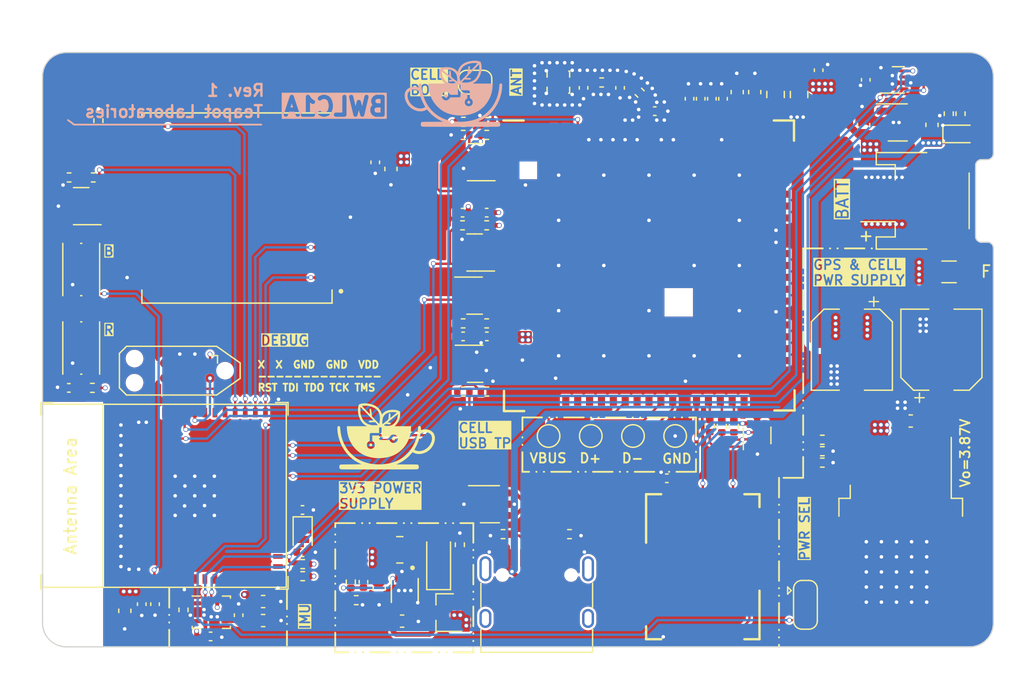
<source format=kicad_pcb>
(kicad_pcb (version 20221018) (generator pcbnew)
  (layers (0 "F.Cu" signal) (1 "In1.Cu" signal) (2 "In2.Cu" signal) (31 "B.Cu" signal) (34 "B.Paste" user) (35 "F.Paste" user) (36 "B.SilkS" user "B.Silkscreen") (37 "F.SilkS" user "F.Silkscreen") (38 "B.Mask" user) (39 "F.Mask" user) (44 "Edge.Cuts" user))
  (net 0 "")
  (net 1 "VBUS")
  (net 2 "GND")
  (net 3 "+BATT")
  (net 4 "IMU_VDD")
  (net 5 "/TPS_FB")
  (net 6 "TPS_VIN")
  (net 7 "VDD_BAT")
  (net 8 "ESP_32K_P")
  (net 9 "ESP_32K_N")
  (net 10 "ESP_EN")
  (net 11 "Net-(JP2-A)")
  (net 12 "USIM_DATA")
  (net 13 "USIM_CLK")
  (net 14 "USIM_RST")
  (net 15 "USIM_VDD")
  (net 16 "Net-(C27-Pad1)")
  (net 17 "VDD_1V8")
  (net 18 "Net-(Q3-B)")
  (net 19 "A7670_TX")
  (net 20 "Net-(U9-RF_ANT)")
  (net 21 "Net-(C36-Pad1)")
  (net 22 "Net-(Q4-B)")
  (net 23 "Net-(D1-K)")
  (net 24 "Net-(J4-I{slash}O)")
  (net 25 "Net-(J4-CLK)")
  (net 26 "Net-(J4-RST)")
  (net 27 "Net-(D6-A2)")
  (net 28 "A7670_BOOT")
  (net 29 "Net-(J2-CC1)")
  (net 30 "USB_D+")
  (net 31 "USB_D-")
  (net 33 "Net-(J2-CC2)")
  (net 36 "ESP_BOOT")
  (net 38 "EN_MIC29302")
  (net 39 "Net-(JP3-A)")
  (net 40 "Net-(U3-SW)")
  (net 41 "Net-(Q2-C)")
  (net 42 "Net-(Q2-B)")
  (net 43 "A7670_UART_TX")
  (net 44 "A7670_UART_RX")
  (net 45 "A7670_RX")
  (net 46 "PWRKEY")
  (net 47 "Net-(Q5-B)")
  (net 48 "RESET")
  (net 49 "Net-(Q6-B)")
  (net 50 "Net-(U1-STAT)")
  (net 51 "Net-(U1-PROG)")
  (net 52 "IMU_SDA")
  (net 53 "IMU_SCL")
  (net 54 "Net-(U5-SDO{slash}SA0)")
  (net 55 "GPS_RST")
  (net 56 "GPS_FORCE_ON")
  (net 57 "Net-(U8-ADJ)")
  (net 58 "A7670_PWR")
  (net 59 "A7670_RST")
  (net 60 "Net-(U9-VBUS)")
  (net 61 "Net-(U9-USB_DP)")
  (net 62 "Net-(U9-USB_DM)")
  (net 63 "MAX17048_INT")
  (net 64 "IMU_INT")
  (net 71 "A7670_STATUS")
  (net 74 "JTAG_TCK")
  (net 75 "JTAG_TDO")
  (net 76 "JTAG_TDI")
  (net 77 "JTAG_TMS")
  (net 78 "GPS_RX")
  (net 79 "GPS_TX")
  (net 130 "Net-(JP2-C)")
  (footprint "Capacitor_SMD:C_0402_1005Metric" (layer "F.Cu") (at 162.3446 82.4946 90)
    (fp_text reference "C30" hide)
    (fp_text value "1u" hide)
  )
  (footprint "Capacitor_SMD:C_0402_1005Metric" (layer "F.Cu") (at 132.0924 123.1378 -90)
    (fp_text reference "C3" hide)
    (fp_text value "22p" hide)
  )
  (footprint "Capacitor_SMD:C_0402_1005Metric" (layer "F.Cu") (at 159.527346 82.4946 90)
    (fp_text reference "C27" hide)
    (fp_text value "10p" hide)
  )
  (footprint "Inductor_SMD:L_1008_2520Metric" (layer "F.Cu") (at 135.1486 120.4454)
    (fp_text reference "L1" hide)
    (fp_text value "2.2u" hide)
  )
  (footprint "Jumper:SolderJumper-3_P1.3mm_Bridged2Bar12_RoundedPad1.0x1.5mm" (layer "F.Cu") (at 169.278 125.072 -90)
    (fp_text reference "JP2" hide)
    (fp_text value "EN_MIC29302" hide)
  )
  (footprint "SAMTEC_RSP-122811-02:SAMTEC_RSP-122811-02" (layer "F.Cu") (at 148.4402 81.1 90)
    (fp_text reference "J5" hide)
    (fp_text value "RSP-122811-02" hide)
  )
  (footprint "LED_SMD:LED_0603_1608Metric" (layer "F.Cu") (at 182.3278 85.452)
    (fp_text reference "D1" hide)
    (fp_text value "Orange" hide)
  )
  (footprint "Resistor_SMD:R_0402_1005Metric" (layer "F.Cu") (at 142.4576 101.3946)
    (fp_text reference "R26" hide)
    (fp_text value "4.7k" hide)
  )
  (footprint "Resistor_SMD:R_0402_1005Metric" (layer "F.Cu") (at 140.484064 85.536161 180)
    (fp_text reference "R30" hide)
    (fp_text value "47k" hide)
  )
  (footprint "Capacitor_SMD:C_0603_1608Metric" (layer "F.Cu") (at 134.4038 88.4022 -90)
    (fp_text reference "C14" hide)
    (fp_text value "10u" hide)
  )
  (footprint "GCT_SIM8051-6-0-14-00-X-REVD:GCT_SIM8051-6-0-14-00-X-REVD" (layer "F.Cu") (at 160.642 121.867 180)
    (fp_text reference "J4" hide)
    (fp_text value "Nano SIM" hide)
  )
  (footprint "TestPoint:TestPoint_Pad_D1.5mm" (layer "F.Cu") (at 154.7686 110.8688 90)
    (fp_text reference "TP3" hide)
    (fp_text value "USB_DM" hide)
  )
  (footprint "Resistor_SMD:R_0402_1005Metric" (layer "F.Cu") (at 149.4252 119.126)
    (fp_text reference "R2" hide)
    (fp_text value "5.1k" hide)
  )
  (footprint "Resistor_SMD:R_0402_1005Metric" (layer "F.Cu") (at 161.2262 110.0306 -90)
    (fp_text reference "R20" hide)
    (fp_text value "22" hide)
  )
  (footprint "Capacitor_SMD:C_0402_1005Metric" (layer "F.Cu") (at 156.6008 83.5384)
    (fp_text reference "C35" hide)
    (fp_text value "TBD" hide)
  )
  (footprint "TestPoint:TestPoint_Pad_D1.5mm" (layer "F.Cu") (at 147.6686 110.8688 90)
    (fp_text reference "TP1" hide)
    (fp_text value "VBUS" hide)
  )
  (footprint "Package_TO_SOT_SMD:SOT-23" (layer "F.Cu") (at 108.3411 91.5286 180)
    (fp_text reference "Q2" hide)
    (fp_text value "NPN" hide)
  )
  (footprint "Capacitor_SMD:C_0603_1608Metric" (layer "F.Cu") (at 123.6506 126.3968)
    (fp_text reference "C11" hide)
    (fp_text value "22u" hide)
  )
  (footprint "Resistor_SMD:R_0402_1005Metric" (layer "F.Cu") (at 181.3372 83.7502 -90)
    (fp_text reference "R5" hide)
    (fp_text value "1k" hide)
  )
  (footprint "Capacitor_SMD:C_0402_1005Metric" (layer "F.Cu") (at 142.4598 92.0768 180)
    (fp_text reference "C33" hide)
    (fp_text value "1n" hide)
  )
  (footprint "Capacitor_SMD:C_0603_1608Metric" (layer "F.Cu") (at 112.014 125.5776 -90)
    (fp_text reference "C6" hide)
    (fp_text value "10u" hide)
  )
  (footprint "Capacitor_SMD:CP_Elec_6.3x5.4" (layer "F.Cu") (at 180.7194 103.6054 90)
    (fp_text reference "C18" hide)
    (fp_text value "100u" hide)
  )
  (footprint "Teapot:XCVR_L86-M33" (layer "F.Cu") (at 121.4478 91.1882 180)
    (fp_text reference "U7" hide)
    (fp_text value "L86-M33" hide)
  )
  (footprint "Resistor_SMD:R_0402_1005Metric" (layer "F.Cu") (at 142.476501 107.130999)
    (fp_text reference "R32" hide)
    (fp_text value "47k" hide)
  )
  (footprint "Capacitor_SMD:C_0402_1005Metric" (layer "F.Cu") (at 119.231351 127.7328)
    (fp_text reference "C9" hide)
    (fp_text value "100n" hide)
  )
  (footprint "Resistor_SMD:R_0402_1005Metric" (layer "F.Cu") (at 140.4278 93.143599)
    (fp_text reference "R23" hide)
    (fp_text value "4.7k" hide)
  )
  (footprint "Resistor_SMD:R_0402_1005Metric" (layer "F.Cu") (at 126.977999 122.663 180)
    (fp_text reference "R8" hide)
    (fp_text value "4.7k" hide)
  )
  (footprint "Teapot:A7670C_24x24mm" (layer "F.Cu") (at 156.115 96.5218)
    (fp_text reference "U9" hide)
    (fp_text value "A7670C_24x24mm" hide)
  )
  (footprint "Resistor_SMD:R_0402_1005Metric" (layer "F.Cu") (at 140.4764 101.3946 180)
    (fp_text reference "R27" hide)
    (fp_text value "4.7k" hide)
  )
  (footprint "Capacitor_SMD:C_0402_1005Metric" (layer "F.Cu") (at 174.3549 80.9014 -90)
    (fp_text reference "C8" hide)
    (fp_text value "100n" hide)
  )
  (footprint "Resistor_SMD:R_0402_1005Metric" (layer "F.Cu") (at 140.2016 120.0192 -90)
    (fp_text reference "R6" hide)
    (fp_text value "10K" hide)
  )
  (footprint "Capacitor_SMD:C_0402_1005Metric" (layer "F.Cu") (at 133.083 87.8434 -90)
    (fp_text reference "C13" hide)
    (fp_text value "100n" hide)
  )
  (footprint "Resistor_SMD:R_0402_1005Metric" (layer "F.Cu") (at 109.2836 106.819401 180)
    (fp_text reference "R14" hide)
    (fp_text value "10k" hide)
  )
  (footprint "Package_TO_SOT_SMD:SOT-23" (layer "F.Cu") (at 141.4862 87.831 180)
    (fp_text reference "Q5" hide)
    (fp_text value "NPN" hide)
  )
  (footprint "Package_TO_SOT_SMD:SOT-23" (layer "F.Cu") (at 141.4882 104.794199)
    (fp_text reference "Q6" hide)
    (fp_text value "NPN" hide)
  )
  (footprint "Resistor_SMD:R_0402_1005Metric" (layer "F.Cu") (at 126.978 121.647 180)
    (fp_text reference "R9" hide)
    (fp_text value "4.7k" hide)
  )
  (footprint "Resistor_SMD:R_0402_1005Metric" (layer "F.Cu") (at 140.4998 84.432)
    (fp_text reference "R28" hide)
    (fp_text value "10k" hide)
  )
  (footprint "Capacitor_SMD:C_0402_1005Metric" (layer "F.Cu") (at 153.6824 81.58 -90)
    (fp_text reference "C36" hide)
    (fp_text value "TBD" hide)
  )
  (footprint "Fuse:Fuse_1206_3216Metric" (layer "F.Cu") (at 181.3626 97.0598)
    (fp_text reference "F1" hide)
    (fp_text value "3A" hide)
  )
  (footprint "Capacitor_SMD:C_0603_1608Metric" (layer "F.Cu") (at 179.9248 84.690001 90)
    (fp_text reference "C1" hide)
    (fp_text value "10u" hide)
  )
  (footprint "Package_LGA:LGA-14_3x2.5mm_P0.5mm_LayoutBorder3x4y" (layer "F.Cu") (at 119.288101 125.6968)
    (fp_text reference "U5" hide)
    (fp_text value "LSM6DS3" hide)
  )
  (footprint "Capacitor_SMD:C_0402_1005Metric" (layer "F.Cu") (at 142.4707 102.4868 180)
    (fp_text reference "C38" hide)
    (fp_text value "100n" hide)
  )
  (footprint "TestPoint:TestPoint_Pad_D1.5mm" (layer "F.Cu") (at 158.3186 110.8688 90)
    (fp_text reference "TP4" hide)
    (fp_text value "GND" hide)
  )
  (footprint "Resistor_SMD:R_0402_1005Metric" (layer "F.Cu") (at 142.465264 85.536161)
    (fp_text reference "R29" hide)
    (fp_text value "4.7k" hide)
  )
  (footprint "Capacitor_SMD:C_0402_1005Metric" (layer "F.Cu") (at 126.9616 117.0918 180)
    (fp_text reference "C16" hide)
    (fp_text value "9p" hide)
  )
  (footprint "Resistor_SMD:R_0402_1005Metric" (layer "F.Cu") (at 162.2422 110.04748 -90)
    (fp_text reference "R17" hide)
    (fp_text value "22" hide)
  )
  (footprint "Package_TO_SOT_SMD:SOT-23-6" (layer "F.Cu") (at 142.7295 116.6092)
    (fp_text reference "U2" hide)
    (fp_text value "USBLC6-2SC6" hide)
  )
  (footprint "Diode_SMD:D_SOD-123" (layer "F.Cu") (at 138.417 121.4352 90)
    (fp_text reference "D2" hide)
    (fp_text value "B5819W" hide)
  )
  (footprint "Capacitor_SMD:C_0603_1608Metric" (layer "F.Cu") (at 133.4164 123.6946 -90)
    (fp_text reference "C4" hide)
    (fp_text value "10u" hide)
  )
  (footprint "Package_TO_SOT_SMD:SOT-23" (layer "F.Cu") (at 141.4416 99.057799)
    (fp_text reference "Q4" hide)
    (fp_text value "NPN" hide)
  )
  (footprint "Resistor_SMD:R_0402_1005Metric" (layer "F.Cu") (at 163.2582 110.04748 -90)
    (fp_text reference "R16" hide)
    (fp_text value "22" hide)
  )
  (footprint "Capacitor_SMD:C_0603_1608Metric" (layer "F.Cu") (at 174.1744 84.7154 90)
    (fp_text reference "C2" hide)
    (fp_text value "10u" hide)
  )
  (footprint "Button_Switch_SMD:SW_Push_1P1T_NO_CK_KMR2" (layer "F.Cu") (at 108.3438 103.4666 90)
    (fp_text reference "SW1" hide)
    (fp_text value "EN_ESP" hide)
  )
  (footprint "Package_TO_SOT_SMD:SOT-353_SC-70-5" (layer "F.Cu") (at 165.214 110.818 90)
    (fp_text reference "D4" hide)
    (fp_text value "ESDA6V1W5" hide)
  )
  (footprint "Connector:Tag-Connect_TC2050-IDC-NL_2x05_P1.27mm_Vertical" (layer "F.Cu") (at 116.6368 105.3716 180)
    (fp_text reference "J3" hide)
    (fp_text value "JTAG_10PIN" hide)
  )
  (footprint "Resistor_SMD:R_0402_1005Metric" (layer "F.Cu") (at 170.696599 113.1082)
    (fp_text reference "R19" hide)
    (fp_text value "470" hide)
  )
  (footprint "TestPoint:TestPoint_Pad_D1.5mm" (layer "F.Cu") (at 151.2186 110.8688 90)
    (fp_text reference "TP2" hide)
    (fp_text value "USB_DP" hide)
  )
  (footprint "Capacitor_SMD:C_0402_1005Metric" (layer "F.Cu") (at 161.4048 82.4946 90)
    (fp_text reference "C29" hide)
    (fp_text value "100n" hide)
  )
  (footprint "Resistor_SMD:R_0402_1005Metric" (layer "F.Cu") (at 109.3571 89.115602 180)
    (fp_text reference "R11" hide)
    (fp_text value "4.7k" hide)
  )
  (footprint "Capacitor_SMD:C_0603_1608Metric" (layer "F.Cu") (at 165.0116 81.9332 90)
    (fp_text reference "C31" hide)
    (fp_text value "100u" hide)
  )
  (footprint "Capacitor_SMD:C_0402_1005Metric" (layer "F.Cu") (at 113.4364 125.0188 -90)
    (fp_text reference "C7" hide)
    (fp_text value "100n" hide)
  )
  (footprint "Capacitor_SMD:C_0603_1608Metric" (layer "F.Cu") (at 178.1368 109.6074 180)
    (fp_text reference "C19" hide)
    (fp_text value "1u" hide)
  )
  (footprint "Capacitor_SMD:C_0402_1005Metric" (layer "F.Cu") (at 170.3898 80.0926 -90)
    (fp_text reference "D5" hide)
    (fp_text value "ESDBW5V0A1" hide)
  )
  (footprint "Resistor_SMD:R_0402_1005Metric" (layer "F.Cu") (at 170.702599 112.1474)
    (fp_text reference "R21" hide)
    (fp_text value "47k" hide)
  )
  (footprint "Resistor_SMD:R_0402_1005Metric" (layer "F.Cu") (at 155.328376 81.983976 135)
    (fp_text reference "R24" hide)
    (fp_text value "0" hide)
  )
  (footprint "Resistor_SMD:R_0402_1005Metric" (layer "F.Cu") (at 152.133 81.1228 180)
    (fp_text reference "R25" hide)
    (fp_text value "0" hide)
  )
  (footprint "Capacitor_SMD:C_0805_2012Metric" (layer "F.Cu") (at 166.7642 82.1364 90)
    (fp_text reference "FB1" hide)
    (fp_text value "BLM21PG300SN1D" hide)
  )
  (footprint "Capacitor_SMD:C_0402_1005Metric" (layer "F.Cu") (at 126.9616 120.6478)
    (fp_text reference "C15" hide)
    (fp_text value "9p" hide)
  )
  (footprint "Capacitor_SMD:C_0402_1005Metric" (layer "F.Cu") (at 121.5881 125.9468 90)
    (fp_text reference "C10" hide)
    (fp_text value "100n" hide)
  )
  (footprint "TPS62290DRVR:SON65P200X200X80-7N" (layer "F.Cu") (at 135.5664 123.8696 -90)
    (fp_text reference "U3" hide)
    (fp_text value "TPS62290DRVR" hide)
  )
  (footprint "Capacitor_SMD:C_0402_1005Metric" (layer "F.Cu") (at 142.481 84.432)
    (fp_text reference "D7" hide)
    (fp_text value "ESDBW5V0A1" hide)
  )
  (footprint "Capacitor_SMD:C_0402_1005Metric" (layer "F.Cu") (at 150.609 81.58 90)
    (fp_text reference "D6" hide)
    (fp_text value "PESD0402" hide)
  )
  (footprint "Capacitor_SMD:C_0402_1005Metric" (layer "F.Cu") (at 107.3024 106.819401 180)
    (fp_text reference "C17" hide)
    (fp_text value "100n" hide)
  )
  (footprint "Teapot:TeapotLogo" (layer "F.Cu") (at 133.5278 110.8326)
    (fp_text reference "G***")
    (fp_text value "LOGO" hide)
  )
  (footprint "Capacitor_SMD:C_0402_1005Metric" (layer "F.Cu") (at 140.4744 102.4868)
    (fp_text reference "C37" hide)
    (fp_text value "1n" hide)
  )
  (footprint "Capacitor_SMD:C_0603_1608Metric" (layer "F.Cu") (at 163.5384 81.9332 90)
    (fp_text reference "C32" hide)
    (fp_text value "100u" hide)
  )
  (footprint "Resistor_SMD:R_0402_1005Metric" (layer "F.Cu") (at 131.0256 123.1378 90)
    (fp_text reference "R3" hide)
    (fp_text value "453k" hide)
  )
  (footprint "Resistor_SMD:R_0402_1005Metric" (layer "F.Cu") (at 109.7912 84.3362 -90)
    (fp_text reference "R13" hide)
    (fp_text value "1M" hide)
  )
  (footprint "Button_Switch_SMD:SW_Push_1P1T_NO_CK_KMR2" (layer "F.Cu") (at 108.3438 96.8626 -90)
    (fp_text reference "JP1" hide)
    (fp_text value "BOOT" hide)
  )
  (footprint "Teapot:JST_PH_S2B-PH-SM4-TB_1x02-1MP_P2.00mm_Horizontal" (layer "F.Cu") (at 178.5432 91.0822 90)
    (fp_text reference "J1" hide)
    (fp_text value "JST-2PH" hide)
  )
  (footprint "Connector_USB:USB_C_Receptacle_HRO_TYPE-C-31-M-12" (layer "F.Cu") (at 146.67 125.169)
    (fp_text reference "J2" hide)
    (fp_text value "USB_C_Receptacle_USB2.0" hide)
  )
  (footprint "Keebio-Parts:SOT-23" (layer "F.Cu") (at 138.9504 125.7278 180)
    (fp_text reference "Q1" hide)
    (fp_text value "DMG3415UQ-7" hide)
  )
  (footprint "Package_TO_SOT_SMD:SOT-23" (layer "F.Cu") (at 141.4438 95.4296 180)
    (fp_text reference "Q3" hide)
    (fp_text value "NPN" hide)
  )
  (footprint "Resistor_SMD:R_0402_1005Metric" (layer "F.Cu") (at 131.4828 124.680601 180)
    (fp_text reference "R7" hide)
    (fp_text value "100k" hide)
  )
  (footprint "Espressif:ESP32-S3-MINI-1" (layer "F.Cu") (at 117.8964 115.9012 90)
    (fp_text reference "U6" hide)
    (fp_text value "ESP32-S3-MINI-1" hide)
  )
  (footprint "Crystal:Crystal_SMD_2012-2Pin_2.0x1.2mm" (layer "F.Cu") (at 126.9746 118.872 -90)
    (fp_text reference "Y1" hide)
    (fp_text value "32.768 kHz" hide)
  )
  (footprint "Capacitor_SMD:C_0805_2012Metric" (layer "F.Cu") (at 168.7454 82.1364 -90)
    (fp_text reference "C21" hide)
    (fp_text value "100n" hide)
  )
  (footprint "Resistor_SMD:R_0402_1005Metric" (layer "F.Cu") (at 182.3278 83.7502 -90)
    (fp_text reference "R4" hide)
    (fp_text value "1k" hide)
  )
  (footprint "Resistor_SMD:R_0402_1005Metric" (layer "F.Cu") (at 170.6966 111.1822)
    (fp_text reference "R18" hide)
    (fp_text value "100k" hide)
  )
  (footprint "Jumper:SolderJumper-2_P1.3mm_Open_RoundedPad1.0x1.5mm" (layer "F.Cu") (at 141.4904 81.1)
    (fp_text reference "JP3" hide)
    (fp_text value "A7670_BOOT" hide)
  )
  (footprint "Package_TO_SOT_SMD:SOT-23-5" (layer "F.Cu") (at 177.0446 84.4868)
    (fp_text reference "U1" hide)
    (fp_text value "MCP73831-2-OT" hide)
  )
  (footprint "Package_TO_SOT_SMD:TO-263-5_TabPin3" (layer "F.Cu") (at 177.2968 120.9404 -90)
    (fp_text reference "U8" hide)
    (fp_text value "MIC29302WU" hide)
  )
  (footprint "Resistor_SMD:R_0402_1005Metric" (layer "F.Cu") (at 140.495301 107.131 180)
    (fp_text reference "R31" hide)
    (fp_text value "4.7k" hide)
  )
  (footprint "Capacitor_SMD:C_0402_1005Metric" (layer "F.Cu") (at 114.554 125.0188 90)
    (fp_text reference "D3" hide)
    (fp_text value "D_TVS" hide)
  )
  (footprint "Capacitor_SMD:C_0402_1005Metric" (layer "F.Cu") (at 140.4278 92.0768 180)
    (fp_text reference "C34" hide)
    (fp_text value "470p (N.C)" hide)
  )
  (footprint "Package_DFN_QFN:DFN-8-1EP_2x2mm_P0.5mm_EP0.7x1.3mm" (layer "F.Cu") (at 176.5874 80.9054)
    (fp_text reference "U4" hide)
    (fp_text value "MAX17048G+" hide)
  )
  (footprint "Capacitor_SMD:C_0603_1608Metric" (layer "F.Cu") (at 135.3436 126.4446)
    (fp_text reference "C5" hide)
    (fp_text value "10u" hide)
  )
  (footprint "Resistor_SMD:R_0402_1005Metric" (layer "F.Cu") (at 142.4598 93.143599)
    (fp_text reference "R22" hide)
    (fp_text value "4.7k" hide)
  )
  (footprint "Resistor_SMD:R_0402_1005Metric" (layer "F.Cu") (at 116.9506 125.4968 90)
    (fp_text reference "R10" hide)
    (fp_text value "10k" hide)
  )
  (footprint "Resistor_SMD:R_0402_1005Metric" (layer "F.Cu") (at 107.3251 89.115602 180)
    (fp_text reference "R12" hide)
    (fp_text value "47k" hide)
  )
  (footprint "Capacitor_SMD:C_0402_1005Metric" (layer "F.Cu") (at 160.465 82.4946 90)
    (fp_text reference "C28" hide)
    (fp_text value "33p" hide)
  )
  (footprint "Capacitor_SMD:C_0402_1005Metric" (layer "F.Cu") (at 157.6168 114.4248 180)
    (fp_text reference "C25" hide)
    (fp_text value "100n" hide)
  )
  (footprint "Capacitor_SMD:CP_Elec_6.3x7.7" (layer "F.Cu") (at 173.1838 103.6054 -90)
    (fp_text reference "C20" hide)
    (fp_text value "330u" hide)
  )
  (footprint "Capacitor_SMD:C_0603_1608Metric" (layer "F.Cu") (at 123.6506 124.7968)
    (fp_text reference "C12" hide)
    (fp_text value "10u" hide)
  )
  (footprint "Resistor_SMD:R_0402_1005Metric" (layer "F.Cu") (at 143.8372 119.126 180)
    (fp_text reference "R1" hide)
    (fp_text value "5.1k" hide)
  )
  (footprint "Teapot:TeapotLogo" (layer "B.Cu") (at 140.1318 82.0036 180)
    (fp_text reference "G***")
    (fp_text value "LOGO" hide)
  )
  (gr_line (start 123.4948 84.6706) (end 107.7468 84.6706) (stroke (width 0.15)) (layer "B.SilkS"))
  (gr_line (start 107.7468 84.6706) (end 107.2388 84.2896) (stroke (width 0.15)) (layer "B.SilkS"))
  (gr_rect (start 129.7178 118.1986) (end 141.335 129.069) (stroke (width 0.15) (type dash_dot_dot)) (fill none) (layer "F.SilkS"))
  (gr_line (start 169.0878 95.0846) (end 174.9298 95.0846) (stroke (width 0.15) (type dash_dot_dot)) (layer "F.SilkS"))
  (gr_line (start 169.0878 95.0846) (end 169.0878 114.3886) (stroke (width 0.15) (type dash_dot_dot)) (layer "F.SilkS"))
  (gr_line (start 110.1964 123.6012) (end 110.1964 108.2012) (stroke (width 0.15)) (layer "F.SilkS"))
  (gr_rect (start 145.4658 109.3086) (end 160.0708 113.8806) (stroke (width 0.15) (type dash_dot_dot)) (fill none) (layer "F.SilkS"))
  (gr_line (start 115.7478 123.6596) (end 115.7478 128.6126) (stroke (width 0.15) (type dash_dot_dot)) (layer "F.SilkS"))
  (gr_line (start 169.0878 114.3886) (end 167.0558 114.3886) (stroke (width 0.15) (type dash_dot_dot)) (layer "F.SilkS"))
  (gr_line (start 125.6538 123.7866) (end 125.6538 128.4856) (stroke (width 0.15) (type dash_dot_dot)) (layer "F.SilkS"))
  (gr_line (start 167.0558 114.3886) (end 167.0558 128.6126) (stroke (width 0.15) (type dash_dot_dot)) (layer "F.SilkS"))
  (gr_line (start 183.5898 88.111047) (end 183.5898 94.0686) (stroke (width 0.1)) (layer "Edge.Cuts"))
  (gr_arc (start 107.0898 128.6066) (mid 105.675586 128.020814) (end 105.0898 126.6066) (stroke (width 0.1)) (layer "Edge.Cuts"))
  (gr_line (start 105.0898 126.6066) (end 105.0898 80.6066) (stroke (width 0.1)) (layer "Edge.Cuts"))
  (gr_line (start 184.5898 94.557153) (end 184.0898 94.5686) (stroke (width 0.1)) (layer "Edge.Cuts"))
  (gr_line (start 184.0898 87.611047) (end 184.5898 87.611047) (stroke (width 0.1)) (layer "Edge.Cuts"))
  (gr_arc (start 183.5898 88.111047) (mid 183.736247 87.757494) (end 184.0898 87.611047) (stroke (width 0.1)) (layer "Edge.Cuts"))
  (gr_arc (start 184.5898 94.557153) (mid 184.943353 94.7036) (end 185.0898 95.057153) (stroke (width 0.1)) (layer "Edge.Cuts"))
  (gr_arc (start 185.0898 87.111047) (mid 184.943353 87.4646) (end 184.5898 87.611047) (stroke (width 0.1)) (layer "Edge.Cuts"))
  (gr_line (start 183.0898 128.6066) (end 107.0898 128.6066) (stroke (width 0.1)) (layer "Edge.Cuts"))
  (gr_arc (start 184.0898 94.5686) (mid 183.736247 94.422153) (end 183.5898 94.0686) (stroke (width 0.1)) (layer "Edge.Cuts"))
  (gr_arc (start 183.0898 78.6066) (mid 184.504014 79.192386) (end 185.0898 80.6066) (stroke (width 0.1)) (layer "Edge.Cuts"))
  (gr_line (start 185.0898 95.057153) (end 185.0898 126.6066) (stroke (width 0.1)) (layer "Edge.Cuts"))
  (gr_line (start 107.0898 78.6066) (end 183.0898 78.6066) (stroke (width 0.1)) (layer "Edge.Cuts"))
  (gr_arc (start 105.0898 80.6066) (mid 105.675586 79.192386) (end 107.0898 78.6066) (stroke (width 0.1)) (layer "Edge.Cuts"))
  (gr_line (start 185.0898 80.6066) (end 185.0898 87.111047) (stroke (width 0.1)) (layer "Edge.Cuts"))
  (gr_arc (start 185.0898 126.6066) (mid 184.504014 128.020814) (end 183.0898 128.6066) (stroke (width 0.1)) (layer "Edge.Cuts"))
  (gr_text "BWLC1A" (at 134.2898 84.0356) (layer "B.SilkS" knockout) (effects (font (size 1.5 1.5) (thickness 0.35) bold) (justify left bottom mirror)))
  (gr_text "Teapot Laboratories" (at 123.7488 84.1626) (layer "B.SilkS") (effects (font (size 1 1) (thickness 0.2) bold) (justify left bottom mirror)))
  (gr_text "Rev. 1" (at 123.8758 82.3846) (layer "B.SilkS") (effects (font (size 1 1) (thickness 0.2) bold) (justify left bottom mirror)))
  (gr_text "VBUS" (at 147.6248 112.7376) (layer "F.SilkS") (effects (font (size 0.8 0.8))))
  (gr_text "IMU" (at 127.1778 127.2156 90) (layer "F.SilkS" knockout) (effects (font (size 0.8 0.8)) (justify left)))
  (gr_text "3V3 POWER\nSUPPLY" (at 129.9718 115.9126) (layer "F.SilkS" knockout) (effects (font (size 0.8 0.8)) (justify left)))
  (gr_text "+" (at 173.6598 94.5766) (layer "F.SilkS") (effects (font (size 1 1)) (justify left bottom)))
  (gr_text "Vo=3.87V" (at 183.1848 115.2776 90) (layer "F.SilkS") (effects (font (size 0.8 0.8)) (justify left bottom)))
  (gr_text "GPS & CELL\nPWR SUPPLY" (at 169.8498 97.1166) (layer "F.SilkS" knockout) (effects (font (size 0.8 0.8)) (justify left)))
  (gr_text "R" (at 110.1598 101.9426) (layer "F.SilkS" knockout) (effects (font (size 0.8 0.8)) (justify left)))
  (gr_text "PWR SEL" (at 169.2148 118.7066 90) (layer "F.SilkS" knockout) (effects (font (size 0.8 0.8))))
  (gr_text "BATT" (at 172.3898 92.7986 90) (layer "F.SilkS" knockout) (effects (font (size 1 1)) (justify left)))
  (gr_text "X  X  GND  GND  VDD \n--------------\nRST TDI TDO TCK TMS " (at 123.1138 107.1496) (layer "F.SilkS") (effects (font (size 0.6 0.6)) (justify left bottom)))
  (gr_text "D-" (at 154.7368 112.7376) (layer "F.SilkS") (effects (font (size 0.8 0.8))))
  (gr_text "DEBUG" (at 123.3678 102.8316) (layer "F.SilkS" knockout) (effects (font (size 0.8 0.8)) (justify left)))
  (gr_text "CELL\nBOOT" (at 135.9408 81.1146) (layer "F.SilkS" knockout) (effects (font (size 0.8 0.8)) (justify left)))
  (gr_text "CELL\nUSB TP" (at 140.0048 110.8326) (layer "F.SilkS" knockout) (effects (font (size 0.8 0.8)) (justify left)))
  (gr_text "ANT" (at 144.9578 82.2576 90) (layer "F.SilkS" knockout) (effects (font (size 0.8 0.8)) (justify left)))
  (gr_text "GND\n" (at 157.1498 113.2456) (layer "F.SilkS") (effects (font (size 0.8 0.8)) (justify left bottom)))
  (gr_text "F" (at 183.9468 97.6246) (layer "F.SilkS") (effects (font (size 1 1)) (justify left bottom)))
  (gr_text "B\n" (at 110.1598 95.3386) (layer "F.SilkS" knockout) (effects (font (size 0.8 0.8)) (justify left)))
  (gr_text "D+" (at 151.1808 112.7376) (layer "F.SilkS") (effects (font (size 0.8 0.8))))
  (segment (start 139.9504 124.7778) (end 140.2016 124.5266) (width 0.4) (layer "F.Cu") (net 1))
  (segment (start 138.592 120.5292) (end 138.417 120.3542) (width 0.4) (layer "F.Cu") (net 1))
  (segment (start 144.22 120.199) (end 143.9576 119.9366) (width 0.4) (layer "F.Cu") (net 1))
  (segment (start 144.22 121.912984) (end 144.22 121.124) (width 0.4) (layer "F.Cu") (net 1))
  (segment (start 149.12 121.124) (end 149.12 121.912984) (width 0.4) (layer "F.Cu") (net 1))
  (segment (start 143.9576 119.9366) (end 141.8392 119.9366) (width 0.4) (layer "F.Cu") (net 1))
  (segment (start 179.896599 85.4368) (end 179.9248 85.465001) (width 0.6) (layer "F.Cu") (net 1))
  (segment (start 149.12 121.912984) (end 147.895984 123.137) (width 0.4) (layer "F.Cu") (net 1))
  (segment (start 145.444016 123.137) (end 144.5892 122.282184) (width 0.4) (layer "F.Cu") (net 1))
  (segment (start 144.786899 116.6092) (end 143.867 116.6092) (width 0.6) (layer "F.Cu") (net 1))
  (segment (start 141.8392 119.9366) (end 141.2466 120.5292) (width 0.4) (layer "F.Cu") (net 1))
  (segment (start 147.895984 123.137) (end 145.444016 123.137) (width 0.4) (layer "F.Cu") (net 1))
  (segment (start 144.22 121.124) (end 144.22 120.199) (width 0.4) (layer "F.Cu") (net 1))
  (segment (start 178.1821 85.4368) (end 179.896599 85.4368) (width 0.6) (layer "F.Cu") (net 1))
  (segment (start 141.2466 120.5292) (end 140.2016 120.5292) (width 0.4) (layer "F.Cu") (net 1))
  (segment (start 182.3533 86.214) (end 180.5466 86.214) (width 0.2) (layer "F.Cu") (net 1))
  (segment (start 144.5892 122.2734) (end 144.580416 122.2734) (width 0.4) (layer "F.Cu") (net 1))
  (segment (start 140.2016 124.5266) (end 140.2016 120.5292) (width 0.4) (layer "F.Cu") (net 1))
  (segment (start 183.1153 85.452) (end 182.3533 86.214) (width 0.2) (layer "F.Cu") (net 1))
  (segment (start 138.417 120.3542) (end 138.417 119.7852) (width 0.4) (layer "F.Cu") (net 1))
  (segment (start 140.2016 120.5292) (end 138.592 120.5292) (width 0.4) (layer "F.Cu") (net 1))
  (segment (start 144.5892 122.282184) (end 144.5892 122.2734) (width 0.4) (layer "F.Cu") (net 1))
  (segment (start 144.580416 122.2734) (end 144.22 121.912984) (width 0.4) (layer "F.Cu") (net 1))
  (via (at 179.6322 86.214) (size 0.4) (drill 0.3) (layers "F.Cu" "B.Cu") (net 1))
  (via (at 179.175 86.214) (size 0.4) (drill 0.3) (layers "F.Cu" "B.Cu") (net 1))
  (via (at 144.5892 122.2734) (size 0.4) (drill 0.3) (layers "F.Cu" "B.Cu") (net 1))
  (via (at 144.786899 116.6092) (size 0.4) (drill 0.3) (layers "F.Cu" "B.Cu") (net 1))
  (via (at 180.5466 86.214) (size 0.4) (drill 0.3) (layers "F.Cu" "B.Cu") (net 1))
  (via (at 180.0894 86.214) (size 0.4) (drill 0.3) (layers "F.Cu" "B.Cu") (net 1))
  (segment (start 170.0818 91.0146) (end 173.1298 87.9666) (width 0.6) (layer "B.Cu") (net 1))
  (segment (start 170.0818 106.2546) (end 170.0818 91.0146) (width 0.6) (layer "B.Cu") (net 1))
  (segment (start 179.175 86.214) (end 180.5466 86.214) (width 0.6) (layer "B.Cu") (net 1))
  (segment (start 144.786899 122.075701) (end 144.786899 116.6092) (width 0.6) (layer "B.Cu") (net 1))
  (segment (start 167.2878 109.0486) (end 170.0818 106.2546) (width 0.6) (layer "B.Cu") (net 1))
  (segment (start 144.786899 111.737501) (end 147.4758 109.0486) (width 0.6) (layer "B.Cu") (net 1))
  (segment (start 177.4224 87.9666) (end 179.175 86.214) (width 0.6) (layer "B.Cu") (net 1))
  (segment (start 147.4758 109.0486) (end 167.2878 109.0486) (width 0.6) (layer "B.Cu") (net 1))
  (segment (start 144.786899 116.6092) (end 144.786899 111.737501) (width 0.6) (layer "B.Cu") (net 1))
  (segment (start 173.1298 87.9666) (end 177.4224 87.9666) (width 0.6) (layer "B.Cu") (net 1))
  (segment (start 144.5892 122.2734) (end 144.786899 122.075701) (width 0.6) (layer "B.Cu") (net 1))
  (segment (start 157.0808 83.5384) (end 157.7034 83.5384) (width 0.6) (layer "F.Cu") (net 2))
  (segment (start 106.771599 106.7686) (end 106.8224 106.819401) (width 0.2) (layer "F.Cu") (net 2))
  (segment (start 142.986501 106.2606) (end 142.986501 107.130999) (width 0.4) (layer "F.Cu") (net 2))
  (segment (start 112.001 127.0994) (end 112.014 127.0864) (width 0.4) (layer "F.Cu") (net 2))
  (segment (start 171.6058 113.1082) (end 171.206599 113.1082) (width 0.4) (layer "F.Cu") (net 2))
  (segment (start 125.159801 126.3968) (end 124.4256 126.3968) (width 0.4) (layer "F.Cu") (net 2))
  (segment (start 175.6249 81.6554) (end 176.1902 81.6554) (width 0.25) (layer "F.Cu") (net 2))
  (segment (start 106.8151 89.7506) (end 106.8151 89.115602) (width 0.2) (layer "F.Cu") (net 2))
  (segment (start 142.6764 120.631) (end 142.927 120.631) (width 0.4) (layer "F.Cu") (net 2))
  (segment (start 176.6902 81.1554) (end 176.5932 81.2524) (width 0.25) (layer "F.Cu") (net 2))
  (segment (start 153.6824 82.423) (end 153.6824 82.06) (width 0.6) (layer "F.Cu") (net 2))
  (segment (start 141.8878 84.3188) (end 142.001 84.432) (width 0.4) (layer "F.Cu") (net 2))
  (segment (start 118.672201 125.4718) (end 118.125601 125.4718) (width 0.4) (layer "F.Cu") (net 2))
  (segment (start 113.4364 125.4988) (end 113.4364 125.9694) (width 0.4) (layer "F.Cu") (net 2))
  (segment (start 174.1744 83.2802) (end 174.0408 83.1466) (width 0.6) (layer "F.Cu") (net 2))
  (segment (start 170.3898 79.6126) (end 171.1464 79.6126) (width 0.6) (layer "F.Cu") (net 2))
  (segment (start 141.592 116.6092) (end 140.5451 116.6092) (width 0.6) (layer "F.Cu") (net 2))
  (segment (start 142.927 120.631) (end 143.42 121.124) (width 0.4) (layer "F.Cu") (net 2))
  (segment (start 132.0104 125.076) (end 131.9928 125.0584) (width 0.4) (layer "F.Cu") (net 2))
  (segment (start 130.9958 92.4582) (end 129.1978 92.4582) (width 1) (layer "F.Cu") (net 2))
  (segment (start 127.876 117.0918) (end 127.4416 117.0918) (width 0.2) (layer "F.Cu") (net 2))
  (segment (start 147.4152 81.9814) (end 147.4152 81.1) (width 0.6) (layer "F.Cu") (net 2))
  (segment (start 177.152 84.4954) (end 177.1434 84.4868) (width 0.6) (layer "F.Cu") (net 2))
  (segment (start 117.4646 126.0068) (end 116.9506 126.0068) (width 0.4) (layer "F.Cu") (net 2))
  (segment (start 142.4257 105.3525) (end 142.4257 104.794199) (width 0.4) (layer "F.Cu") (net 2))
  (segment (start 135.5664 122.510342) (end 135.325322 122.269264) (width 0.4) (layer "F.Cu") (net 2))
  (segment (start 171.212599 112.1474) (end 171.601912 112.1474) (width 0.4) (layer "F.Cu") (net 2))
  (segment (start 174.3549 81.3814) (end 173.9266 81.3814) (width 0.6) (layer "F.Cu") (net 2))
  (segment (start 177.5499 81.1554) (end 178.138 81.1554) (width 0.4) (layer "F.Cu") (net 2))
  (segment (start 133.4074 125.076) (end 133.4164 125.067) (width 0.4) (layer "F.Cu") (net 2))
  (segment (start 149.9352 119.2508) (end 150.395381 119.2508) (width 0.4) (layer "F.Cu") (net 2))
  (segment (start 174.1744 83.9404) (end 174.1744 83.2802) (width 0.6) (layer "F.Cu") (net 2))
  (segment (start 141.9894 103.0288) (end 141.9907 103.0275) (width 0.4) (layer "F.Cu") (net 2))
  (segment (start 150.609 82.4892) (end 150.609 82.06) (width 0.6) (layer "F.Cu") (net 2))
  (segment (start 175.6249 80.1554) (end 176.2074 80.1554) (width 0.2) (layer "F.Cu") (net 2))
  (segment (start 109.7912 83.3464) (end 109.7912 83.8262) (width 0.6) (layer "F.Cu") (net 2))
  (segment (start 150.413 120.631) (end 149.92 121.124) (width 0.4) (layer "F.Cu") (net 2))
  (segment (start 157.1368 114.4248) (end 157.1368 113.9194) (width 0.4) (layer "F.Cu") (net 2))
  (segment (start 133.083 88.3234) (end 133.083 88.7708) (width 0.4) (layer "F.Cu") (net 2))
  (segment (start 107.6198 98.8366) (end 107.5438 98.9126) (width 0.2) (layer "F.Cu") (net 2))
  (segment (start 177.1434 84.4868) (end 176.678 84.4868) (width 0.6) (layer "F.Cu") (net 2))
  (segment (start 141.9907 103.0275) (end 141.9907 102.4868) (width 0.4) (layer "F.Cu") (net 2))
  (segment (start 125.139201 124.7968) (end 124.4256 124.7968) (width 0.4) (layer "F.Cu") (net 2))
  (segment (start 142.4302 105.357) (end 142.4257 105.3525) (width 0.4) (layer "F.Cu") (net 2))
  (segment (start 150.395381 119.2508) (end 150.3968 119.252219) (width 0.4) (layer "F.Cu") (net 2))
  (segment (start 177.2968 109.6724) (end 177.3618 109.6074) (width 1) (layer "F.Cu") (net 2))
  (segment (start 136.2164 124.0116) (end 136.0744 123.8696) (width 0.4) (layer "F.Cu") (net 2))
  (segment (start 128.0448 120.6478) (end 127.4416 120.6478) (width 0.4) (layer "F.Cu") (net 2))
  (segment (start 173.9266 81.3814) (end 173.9138 81.3686) (width 0.6) (layer "F.Cu") (net 2))
  (segment (start 179.9248 83.915001) (end 180.576601 83.915001) (width 0.6) (layer "F.Cu") (net 2))
  (segment (start 176.1902 81.6554) (end 176.5932 81.2524) (width 0.25) (layer "F.Cu") (net 2))
  (segment (start 118.665001 125.9218) (end 118.125601 125.9218) (width 0.4) (layer "F.Cu") (net 2))
  (segment (start 136.2164 126.3468) (end 136.1186 126.4446) (width 0.4) (layer "F.Cu") (net 2))
  (segment (start 134.4038 89.1772) (end 134.4038 89.736) (width 0.4) (layer "F.Cu") (net 2))
  (segment (start 107.6198 98.1326) (end 107.6198 98.8366) (width 0.2) (layer "F.Cu") (net 2))
  (segment (start 133.4164 124.4696) (end 133.4164 125.067) (width 0.4) (layer "F.Cu") (net 2))
  (segment (start 106.4236 91.5286) (end 107.403599 91.5286) (width 0.6) (layer "F.Cu") (net 2))
  (segment (start 157.7034 83.5384) (end 157.712 83.547) (width 0.6) (layer "F.Cu") (net 2))
  (segment (start 148.4402 80.1) (end 147.5128 80.1) (width 0.6) (layer "F.Cu") (net 2))
  (segment (start 136.7094 126.473) (end 136.147 126.473) (width 0.4) (layer "F.Cu") (net 2))
  (segment (start 118.672601 125.4722) (end 118.672201 125.4718) (width 0.4) (layer "F.Cu") (net 2))
  (segment (start 177.2968 113.2904) (end 177.2968 109.6724) (width 1) (layer "F.Cu") (net 2))
  (segment (start 143.3192 119.253) (end 143.3272 119.245) (width 0.4) (layer "F.Cu") (net 2))
  (segment (start 165.2394 111.844199) (end 165.2394 112.392799) (width 0.4) (layer "F.Cu") (net 2))
  (segment (start 147.4152 80.1976) (end 147.4152 81.1) (width 0.6) (layer "F.Cu") (net 2))
  (segment (start 181.307 84.2602) (end 181.3372 84.2602) (width 0.2) (layer "F.Cu") (net 2))
  (segment (start 131.9928 125.0584) (end 131.9928 124.680601) (width 0.4) (layer "F.Cu") (net 2))
  (segment (start 176.2074 80.1554) (end 176.5932 80.5412) (width 0.2) (layer "F.Cu") (net 2))
  (segment (start 159.115 110.0724) (end 159.115 107.9218) (width 0.2) (layer "F.Cu") (net 2))
  (segment (start 119.282201 126.0818) (end 119.313101 126.1127) (width 0.4) (layer "F.Cu") (net 2))
  (segment (start 124.9426 108.855) (end 124.8964 108.9012) (width 0.2) (layer "F.Cu") (net 2))
  (segment (start 176.678 84.4868) (end 175.9071 84.4868) (width 0.6) (layer "F.Cu") (net 2))
  (segment (start 147.5338 82.1) (end 147.4758 82.042) (width 0.6) (layer "F.Cu") (net 2))
  (segment (start 157.1368 113.9194) (end 157.1342 113.9168) (width 0.4) (layer "F.Cu") (net 2))
  (segment (start 158.3186 110.8688) (end 159.115 110.0724) (width 0.2) (layer "F.Cu") (net 2))
  (segment (start 114.554 125.9434) (end 114.554 125.4988) (width 0.4) (layer "F.Cu") (net 2))
  (segment (start 136.655 124.8946) (end 136.2164 124.8946) (width 0.4) (layer "F.Cu") (net 2))
  (segment (start 119.313101 126.1127) (end 119.313101 126.6093) (width 0.4) (layer "F.Cu") (net 2))
  (segment (start 177.5499 81.1554) (end 176.6902 81.1554) (width 0.25) (layer "F.Cu") (net 2))
  (segment (start 140.5128 88.3536) (end 140.5487 88.3177) (width 0.4) (layer "F.Cu") (net 2))
  (segment (start 175.628 80.1523) (end 175.6249 80.1554) (width 0.2) (layer "F.Cu") (net 2))
  (segment (start 119.788101 126.0839) (end 119.788101 126.6093) (width 0.4) (layer "F.Cu") (net 2))
  (segment (start 175.9071 84.4868) (end 174.7208 84.4868) (width 0.6) (layer "F.Cu") (net 2))
  (segment (start 120.171201 127.796799) (end 119.730601 127.796799) (width 0.4) (layer "F.Cu") (net 2))
  (segment (start 119.790201 126.0818) (end 119.788101 126.0839) (width 0.4) (layer "F.Cu") (net 2))
  (segment (start 171.601912 112.1474) (end 171.6058 112.143512) (width 0.4) (layer "F.Cu") (net 2))
  (segment (start 174.7208 84.4868) (end 174.1744 83.9404) (width 0.6) (layer "F.Cu") (net 2))
  (segment (start 107.6198 105.4406) (end 107.5438 105.5166) (width 0.2) (layer "F.Cu") (net 2))
  (segment (start 113.6978 97.5382) (end 112.2042 97.5382) (width 1) (layer "F.Cu") (net 2))
  (segment (start 175.628 79.8808) (end 175.628 80.1523) (width 0.4) (layer "F.Cu") (net 2))
  (segment (start 147.4758 80.137) (end 147.4152 80.1976) (width 0.6) (layer "F.Cu") (net 2))
  (segment (start 135.5664 122.8446) (end 135.5664 122.510342) (width 0.4) (layer "F.Cu") (net 2))
  (segment (start 147.4758 82.042) (end 147.4152 81.9814) (width 0.6) (layer "F.Cu") (net 2))
  (segment (start 147.5128 80.1) (end 147.4758 80.137) (width 0.6) (layer "F.Cu") (net 2))
  (segment (start 136.147 126.473) (end 136.1186 126.4446) (width 0.4) (layer "F.Cu") (net 2))
  (segment (start 107.6198 104.7366) (end 107.6198 105.4406) (width 0.2) (layer "F.Cu") (net 2))
  (segment (start 157.3146 127.767) (end 158.102 127.767) (width 0.4) (layer "F.Cu") (net 2))
  (segment (start 117.5258 125.9456) (end 117.4646 126.0068) (width 0.4) (layer "F.Cu") (net 2))
  (segment (start 141.8878 83.9026) (end 141.8878 84.3188) (width 0.4) (layer "F.Cu") (net 2))
  (segment (start 140.5487 88.3177) (end 140.5487 87.831) (width 0.4) (layer "F.Cu") (net 2))
  (segment (start 112.014 127.0864) (end 112.014 126.3526) (width 0.4) (layer "F.Cu") (net 2))
  (segment (start 180.835 84.7322) (end 181.307 84.2602) (width 0.2) (layer "F.Cu") (net 2))
  (segment (start 118.672601 125.9294) (end 118.665001 125.9218) (width 0.4) (layer "F.Cu") (net 2))
  (segment (start 142.7768 119.253) (end 143.3192 119.253) (width 0.4) (layer "F.Cu") (net 2))
  (segment (start 106.3498 106.7686) (end 106.771599 106.7686) (width 0.2) (layer "F.Cu") (net 2))
  (segment (start 121.5881 124.995101) (end 121.5881 125.4668) (width 0.4) (layer "F.Cu") (net 2))
  (segment (start 139.974064 85.536161) (end 139.467239 85.536161) (width 0.4) (layer "F.Cu") (net 2))
  (segment (start 148.4402 82.1) (end 147.5338 82.1) (width 0.6) (layer "F.Cu") (net 2))
  (segment (start 130.9958 92.4582) (end 131.1228 92.4582) (width 1) (layer "F.Cu") (net 2))
  (segment (start 140.2016 119.0342) (end 140.2016 119.5092) (width 0.4) (layer "F.Cu") (net 2))
  (segment (start 150.6774 120.631) (end 150.413 120.631) (width 0.4) (layer "F.Cu") (net 2))
  (via (at 135.0584 123.8696) (size 0.4) (drill 0.3) (layers "F.Cu" "B.Cu") (net 2))
  (via (at 177.025 108.024) (size 0.4) (drill 0.3) (layers "F.Cu" "B.Cu") (net 2))
  (via (at 148.515 104.1218) (size 0.4) (drill 0.3) (layers "F.Cu" "B.Cu") (net 2))
  (via (at 111.6838 110.8326) (size 0.4) (drill 0.3) (layers "F.Cu" "B.Cu") (net 2))
  (via (at 150.2918 80.0986) (size 0.4) (drill 0.3) (layers "F.Cu" "B.Cu") (net 2))
  (via (at 146.4818 80.3526) (size 0.4) (drill 0.3) (layers "F.Cu" "B.Cu") (net 2))
  (via (at 179.4798 123.5774) (size 0.4) (drill 0.3) (layers "F.Cu" "B.Cu") (net 2))
  (via (at 171.945 105.992) (size 0.4) (drill 0.3) (layers "F.Cu" "B.Cu") (net 2))
  (via (at 156.115 100.3218) (size 0.4) (drill 0.3) (layers "F.Cu" "B.Cu") (net 2))
  (via (at 118.672601 125.9294) (size 0.4) (drill 0.3) (layers "F.Cu" "B.Cu") (net 2))
  (via (at 168.0718 84.0356) (size 0.4) (drill 0.3) (layers "F.Cu" "B.Cu") (net 2))
  (via (at 113.4364 125.9694) (size 0.4) (drill 0.3) (layers "F.Cu" "B.Cu") (net 2))
  (via (at 153.0858 85.9406) (size 0.4) (drill 0.3) (layers "F.Cu" "B.Cu") (net 2))
  (via (at 156.115 104.1218) (size 0.4) (drill 0.3) (layers "F.Cu" "B.Cu") (net 2))
  (via (at 168.5798 84.0356) (size 0.4) (drill 0.3) (layers "F.Cu" "B.Cu") (net 2))
  (via (at 116.2464 115.9012) (size 0.4) (drill 0.3) (layers "F.Cu" "B.Cu") (net 2))
  (via (at 152.8318 80.0986) (size 0.4) (drill 0.3) (layers "F.Cu" "B.Cu") (net 2))
  (via (at 155.9814 81.1654) (size 0.4) (drill 0.3) (layers "F.Cu" "B.Cu") (net 2))
  (via (at 176.898 89.101) (size 0.4) (drill 0.3) (layers "F.Cu" "B.Cu") (net 2))
  (via (at 150.2918 83.0196) (size 0.4) (drill 0.3) (layers "F.Cu" "B.Cu") (net 2))
  (via (at 114.554 125.9434) (size 0.4) (drill 0.3) (layers "F.Cu" "B.Cu") (net 2))
  (via (at 146.4818 82.8926) (size 0.4) (drill 0.3) (layers "F.Cu" "B.Cu") (net 2))
  (via (at 174.0408 83.1466) (size 0.4) (drill 0.3) (layers "F.Cu" "B.Cu") (net 2))
  (via (at 158.3186 110.8688) (size 0.4) (drill 0.3) (layers "F.Cu" "B.Cu") (net 2))
  (via (at 149.0218 79.4636) (size 0.4) (drill 0.3) (layers "F.Cu" "B.Cu") (net 2))
  (via (at 176.5932 81.2524) (size 0.4) (drill 0.3) (layers "F.Cu" "B.Cu") (net 2))
  (via (at 149.0218 83.0196) (size 0.4) (drill 0.3) (layers "F.Cu" "B.Cu") (net 2))
  (via (at 171.437 106.5) (size 0.4) (drill 0.3) (layers "F.Cu" "B.Cu") (net 2))
  (via (at 117.8964 117.5512) (size 0.4) (drill 0.3) (layers "F.Cu" "B.Cu") (net 2))
  (via (at 178.2098 119.7674) (size 0.4) (drill 0.3) (layers "F.Cu" "B.Cu") (net 2))
  (via (at 171.6058 112.143512) (size 0.4) (drill 0.3) (layers "F.Cu" "B.Cu") (net 2))
  (via (at 174.358 89.101) (size 0.4) (drill 0.3) (layers "F.Cu" "B.Cu") (net 2))
  (via (at 141.6176 103.8166) (size 0.4) (drill 0.3) (layers "F.Cu" "B.Cu") (net 2))
  (via (at 111.6838 111.6454) (size 0.4) (drill 0.3) (layers "F.Cu" "B.Cu") (net 2))
  (via (at 149.6568 83.0196) (size 0.4) (drill 0.3) (layers "F.Cu" "B.Cu") (net 2))
  (via (at 174.3998 124.8474) (size 0.4) (drill 0.3) (layers "F.Cu" "B.Cu") (net 2))
  (via (at 177.152 84.4954) (size 0.4) (drill 0.3) (layers "F.Cu" "B.Cu") (net 2))
  (via (at 175.628 79.8808) (size 0.4) (drill 0.3) (layers "F.Cu" "B.Cu") (net 2))
  (via (at 116.2464 114.2512) (size 0.4) (drill 0.3) (layers "F.Cu" "B.Cu") (net 2))
  (via (at 150.3968 119.252219) (size 0.4) (drill 0.3) (layers "F.Cu" "B.Cu") (net 2))
  (via (at 154.1018 85.9406) (size 0.4) (drill 0.3) (layers "F.Cu" "B.Cu") (net 2))
  (via (at 152.315 104.1218) (size 0.4) (drill 0.3) (layers "F.Cu" "B.Cu") (net 2))
  (via (at 179.438 102.055) (size 0.4) (drill 0.3) (layers "F.Cu" "B.Cu") (net 2))
  (via (at 154.8638 80.4034) (size 0.4) (drill 0.3) (layers "F.Cu" "B.Cu") (net 2))
  (via (at 136.7094 126.473) (size 0.4) (drill 0.3) (layers "F.Cu" "B.Cu") (net 2))
  (via (at 118.7196 115.0744) (size 0.4) (drill 0.3) (layers "F.Cu" "B.Cu") (net 2))
  (via (at 175.6698 119.7674) (size 0.4) (drill 0.3) (layers "F.Cu" "B.Cu") (net 2))
  (via (at 156.115 92.7218) (size 0.4) (drill 0.3) (layers "F.Cu" "B.Cu") (net 2))
  (via (at 119.790201 126.0818) (size 0.4) (drill 0.3) (layers "F.Cu" "B.Cu") (net 2))
  (via (at 118.7196 116.7254) (size 0.4) (drill 0.3) (layers "F.Cu" "B.Cu") (net 2))
  (via (at 153.4668 80.0986) (size 0.4) (drill 0.3) (layers "F.Cu" "B.Cu") (net 2))
  (via (at 125.139201 124.7968) (size 0.4) (drill 0.3) (layers "F.Cu" "B.Cu") (net 2))
  (via (at 178.93 101.547) (size 0.4) (drill 0.3) (layers "F.Cu" "B.Cu") (net 2))
  (via (at 179.4798 119.7674) (size 0.4) (drill 0.3) (layers "F.Cu" "B.Cu") (net 2))
  (via (at 175.6698 124.8474) (size 0.4) (drill 0.3) (layers "F.Cu" "B.Cu") (net 2))
  (via (at 180.576601 83.915001) (size 0.4) (drill 0.3) (layers "F.Cu" "B.Cu") (net 2))
  (via (at 150.609 82.4892) (size 0.4) (drill 0.3) (layers "F.Cu" "B.Cu") (net 2))
  (via (at 163.715 100.3218) (size 0.4) (drill 0.3) (layers "F.Cu" "B.Cu") (net 2))
  (via (at 177.66 108.532) (size 0.4) (drill 0.3) (layers "F.Cu" "B.Cu") (net 2))
  (via (at 111.6838 117.589) (size 0.4) (drill 0.3) (layers "F.Cu" "B.Cu") (net 2))
  (via (at 111.6838 115.8872) (size 0.4) (drill 0.3) (layers "F.Cu" "B.Cu") (net 2))
  (via (at 141.8878 83.9026) (size 0.4) (drill 0.3) (layers "F.Cu" "B.Cu") (net 2))
  (via (at 163.4998 80.3526) (size 0.4) (drill 0.3) (layers "F.Cu" "B.Cu") (net 2))
  (via (at 163.715 92.7218) (size 0.4) (drill 0.3) (layers "F.Cu" "B.Cu") (net 2))
  (via (at 135.8138 107.4036) (size 0.4) (drill 0.3) (layers "F.Cu" "B.Cu") (net 2))
  (via (at 140.2368 108.585) (size 0.4) (drill 0.3) (layers "F.Cu" "B.Cu") (net 2))
  (via (at 174.3998 122.3074) (size 0.4) (drill 0.3) (layers "F.Cu" "B.Cu") (net 2))
  (via (at 176.39 89.101) (size 0.4) (drill 0.3) (layers "F.Cu" "B.Cu") (net 2))
  (via (at 178.2098 121.0374) (size 0.4) (drill 0.3) (layers "F.Cu" "B.Cu") (net 2))
  (via (at 179.438 101.547) (size 0.4) (drill 0.3) (layers "F.Cu" "B.Cu") (net 2))
  (via (at 147.1168 79.4636) (size 0.4) (drill 0.3) (layers "F.Cu" "B.Cu") (net 2))
  (via (at 117.0178 123.7866) (size 0.4) (drill 0.3) (layers "F.Cu" "B.Cu") (net 2))
  (via (at 117.8964 114.2512) (size 0.4) (drill 0.3) (layers "F.Cu" "B.Cu") (net 2))
  (via (at 176.9398 124.8474) (size 0.4) (drill 0.3) (layers "F.Cu" "B.Cu") (net 2))
  (via (at 148.2598 106.0066) (size 0.4) (drill 0.3) (layers "F.Cu" "B.Cu") (net 2))
  (via (at 152.315 88.9218) (size 0.4) (drill 0.3) (layers "F.Cu" "B.Cu") (net 2))
  (via (at 136.655 124.8946) (size 0.4) (drill 0.3) (layers "F.Cu" "B.Cu") (net 2))
  (via (at 179.4798 122.3074) (size 0.4) (drill 0.3) (layers "F.Cu" "B.Cu") (net 2))
  (via (at 155.2448 83.4006) (size 0.4) (drill 0.3) (layers "F.Cu" "B.Cu") (net 2))
  (via (at 152.315 96.5218) (size 0.4) (drill 0.3) (layers "F.Cu" "B.Cu") (net 2))
  (via (at 111.6838 112.4836) (size 0.4) (drill 0.3) (layers "F.Cu" "B.Cu") (net 2))
  (via (at 156.6418 82.1814) (size 0.4) (drill 0.3) (layers "F.Cu" "B.Cu") (net 2))
  (via (at 148.515 100.3218) (size 0.4) (drill 0.3) (layers "F.Cu" "B.Cu") (net 2))
  (via (at 156.3878 81.6226) (size 0.4) (drill 0.3) (layers "F.Cu" "B.Cu") (net 2))
  (via (at 178.138 81.1554) (size 0.4) (drill 0.3) (layers "F.Cu" "B.Cu") (net 2))
  (via (at 141.9894 103.0288) (size 0.4) (drill 0.3) (layers "F.Cu" "B.Cu") (net 2))
  (via (at 156.7688 84.2896) (size 0.4) (drill 0.3) (layers "F.Cu" "B.Cu") (net 2))
  (via (at 147.1168 83.0196) (size 0.4) (drill 0.3) (layers "F.Cu" "B.Cu") (net 2))
  (via (at 117.9068 103.9746) (size 0.4) (drill 0.3) (layers "F.Cu" "B.Cu") (net 2))
  (via (at 133.083 88.7708) (size 0.4) (drill 0.3) (layers "F.Cu" "B.Cu") (net 2))
  (via (at 157.4038 84.2896) (size 0.4) (drill 0.3) (layers "F.Cu" "B.Cu") (net 2))
  (via (at 134.4038 89.736) (size 0.4) (drill 0.3) (layers "F.Cu" "B.Cu") (net 2))
  (via (at 151.4348 82.1306) (size 0.4) (drill 0.3) (layers "F.Cu" "B.Cu") (net 2))
  (via (at 112.3696 122.0848) (size 0.4) (drill 0.3) (layers "F.Cu" "B.Cu") (net 2))
  (via (at 107.6198 98.1326) (size 0.4) (drill 0.3) (layers "F.Cu" "B.Cu") (net 2))
  (via (at 160.4518 81.2356) (size 0.4) (drill 0.3) (layers "F.Cu" "B.Cu") (net 2))
  (via (at 178.2098 122.3074) (size 0.4) (drill 0.3) (layers "F.Cu" "B.Cu") (net 2))
  (via (at 171.6058 113.1082) (size 0.4) (drill 0.3) (layers "F.Cu" "B.Cu") (net 2))
  (via (at 175.374 89.101) (size 0.4) (drill 0.3) (layers "F.Cu" "B.Cu") (net 2))
  (via (at 136.0744 123.8696) (size 0.4) (drill 0.3) (layers "F.Cu" "B.Cu") (net 2))
  (via (at 165.0238 80.3526) (size 0.4) (drill 0.3) (layers "F.Cu" "B.Cu") (net 2))
  (via (at 171.437 105.484) (size 0.4) (drill 0.3) (layers "F.Cu" "B.Cu") (net 2))
  (via (at 119.5464 114.2512) (size 0.4) (drill 0.3) (layers "F.Cu" "B.Cu") (net 2))
  (via (at 176.9398 119.7674) (size 0.4) (drill 0.3) (layers "F.Cu" "B.Cu") (net 2))
  (via (at 107.6198 104.7366) (size 0.4) (drill 0.3) (layers "F.Cu" "B.Cu") (net 2))
  (via (at 154.9908 82.7656) (size 0.4) (drill 0.3) (layers "F.Cu" "B.Cu") (net 2))
  (via (at 112.001 127.0994) (size 0.4) (drill 0.3) (layers "F.Cu" "B.Cu") (net 2))
  (via (at 169.0878 84.0356) (size 0.4) (drill 0.3) (layers "F.Cu" "B.Cu") (net 2))
  (via (at 142.7768 119.253) (size 0.4) (drill 0.3) (layers "F.Cu" "B.Cu") (net 2))
  (via (at 154.2034 80.2002) (size 0.4) (drill 0.3) (layers "F.Cu" "B.Cu") (net 2))
  (via (at 142.986501 106.2606) (size 0.4) (drill 0.3) (layers "F.Cu" "B.Cu") (net 2))
  (via (at 174.3998 123.5774) (size 0.4) (drill 0.3) (layers "F.Cu" "B.Cu") (net 2))
  (via (at 175.6698 122.3074) (size 0.4) (drill 0.3) (layers "F.Cu" "B.Cu") (net 2))
  (via (at 116.6368 103.9746) (size 0.4) (drill 0.3) (layers "F.Cu" "B.Cu") (net 2))
  (via (at 174.866 89.101) (size 0.4) (drill 0.3) (layers "F.Cu" "B.Cu") (net 2))
  (via (at 149.6568 82.1306) (size 0.4) (drill 0.3) (layers "F.Cu" "B.Cu") (net 2))
  (via (at 117.0432 116.7508) (size 0.4) (drill 0.3) (layers "F.Cu" "B.Cu") (net 2))
  (via (at 148.515 92.7218) (size 0.4) (drill 0.3) (layers "F.Cu" "B.Cu") (net 2))
  (via (at 176.678 84.4868) (size 0.4) (drill 0.3) (layers "F.Cu" "B.Cu") (net 2))
  (via (at 155.4734 80.759) (size 0.4) (drill 0.3) (layers "F.Cu" "B.Cu") (net 2))
  (via (at 179.4798 124.8474) (size 0.4) (drill 0.3) (layers "F.Cu" "B.Cu") (net 2))
  (via (at 147.7518 79.4636) (size 0.4) (drill 0.3) (layers "F.Cu" "B.Cu") (net 2))
  (via (at 163.715 96.5218) (size 0.4) (drill 0.3) (layers "F.Cu" "B.Cu") (net 2))
  (via (at 171.1464 79.6126) (size 0.4) (drill 0.3) (layers "F.Cu" "B.Cu") (net 2))
  (via (at 148.3868 83.0196) (size 0.4) (drill 0.3) (layers "F.Cu" "B.Cu") (net 2))
  (via (at 147.4758 82.042) (size 0.4) (drill 0.3) (layers "F.Cu" "B.Cu") (net 2))
  (via (at 177.66 108.024) (size 0.4) (drill 0.3) (layers "F.Cu" "B.Cu") (net 2))
  (via (at 119.282201 126.0818) (size 0.4) (drill 0.3) (layers "F.Cu" "B.Cu") (net 2))
  (via (at 154.4828 82.3846) (size 0.4) (drill 0.3) (layers "F.Cu" "B.Cu") (net 2))
  (via (at 174.3998 119.7674) (size 0.4) (drill 0.3) (layers "F.Cu" "B.Cu") (net 2))
  (via (at 159.915 96.5218) (size 0.4) (drill 0.3) (layers "F.Cu" "B.Cu") (net 2))
  (via (at 128.0448 120.6478) (size 0.4) (drill 0.3) (layers "F.Cu" "B.Cu") (net 2))
  (via (at 146.4818 81.6226) (size 0.4) (drill 0.3) (layers "F.Cu" "B.Cu") (net 2))
  (via (at 158.1658 85.9406) (size 0.4) (drill 0.3) (layers "F.Cu" "B.Cu") (net 2))
  (via (at 173.9138 81.3686) (size 0.4) (drill 0.3) (layers "F.Cu" "B.Cu") (net 2))
  (via (at 159.915 104.1218) (size 0.4) (drill 0.3) (layers "F.Cu" "B.Cu") (net 2))
  (via (at 111.6838 116.7762) (size 0.4) (drill 0.3) (layers "F.Cu" "B.Cu") (net 2))
  (via (at 111.6838 115.049) (size 0.4) (drill 0.3) (layers "F.Cu" "B.Cu") (net 2))
  (via (at 106.4236 91.5286) (size 0.4) (drill 0.3) (layers "F.Cu" "B.Cu") (net 2))
  (via (at 106.8151 89.7506) (size 0.4) (drill 0.3) (layers "F.Cu" "B.Cu") (net 2))
  (via (at 135.5664 123.8696) (size 0.4) (drill 0.3) (layers "F.Cu" "B.Cu") (net 2))
  (via (at 162.2298 85.9406) (size 0.4) (drill 0.3) (layers "F.Cu" "B.Cu") (net 2))
  (via (at 140.3858 94.3226) (size 0.4) (drill 0.3) (layers "F.Cu" "B.Cu") (net 2))
  (via (at 159.1818 106.2606) (size 0.4) (drill 0.3) (layers "F.Cu" "B.Cu") (net 2))
  (via (at 171.945 106.5) (size 0.4) (drill 0.3) (layers "F.Cu" "B.Cu") (net 2))
  (via (at 156.115 88.9218) (size 0.4) (drill 0.3) (layers "F.Cu" "B.Cu") (net 2))
  (via (at 153.6824 82.423) (size 0.4) (drill 0.3) (layers "F.Cu" "B.Cu") (net 2))
  (via (at 148.515 96.5218) (size 0.4) (drill 0.3) (layers "F.Cu" "B.Cu") (net 2))
  (via (at 161.3188 81.2356) (size 0.4) (drill 0.3) (layers "F.Cu" "B.Cu") (net 2))
  (via (at 165.2394 112.392799) (size 0.4) (drill 0.3) (layers "F.Cu" "B.Cu") (net 2))
  (via (at 157.4038 82.7656) (size 0.4) (drill 0.3) (layers "F.Cu" "B.Cu") (net 2))
  (via (at 166.8018 94.5766) (size 0.4) (drill 0.3) (layers "F.Cu" "B.Cu") (net 2))
  (via (at 154.7368 84.2896) (size 0.4) (drill 0.3) (layers "F.Cu" "B.Cu") (net 2))
  (via (at 176.9398 123.5774) (size 0.4) (drill 0.3) (layers "F.Cu" "B.Cu") (net 2))
  (via (at 157.3146 127.767) (size 0.4) (drill 0.3) (layers "F.Cu" "B.Cu") (net 2))
  (via (at 111.6838 113.3472) (size 0.4) (drill 0.3) (layers "F.Cu" "B.Cu") (net 2))
  (via (at 137.7188 105.1176) (size 0.4) (drill 0.3) (layers "F.Cu" "B.Cu") (net 2))
  (via (at 175.6698 121.0374) (size 0.4) (drill 0.3) (layers "F.Cu" "B.Cu") (net 2))
  (via (at 146.4818 80.9876) (size 0.4) (drill 0.3) (layers "F.Cu" "B.Cu") (net 2))
  (via (at 135.325322 122.269264) (size 0.4) (drill 0.3) (layers "F.Cu" "B.Cu") (net 2))
  (via (at 140.5451 116.6092) (size 0.4) (drill 0.3) (layers "F.Cu" "B.Cu") (net 2))
  (via (at 130.9958 92.4582) (size 0.4) (drill 0.3) (layers "F.Cu" "B.Cu") (net 2))
  (via (at 125.159801 126.3968) (size 0.4) (drill 0.3) (layers "F.Cu" "B.Cu") (net 2))
  (via (at 146.4818 79.7176) (size 0.4) (drill 0.3) (layers "F.Cu" "B.Cu") (net 2))
  (via (at 155.1178 85.9406) (size 0.4) (drill 0.3) (layers "F.Cu" "B.Cu") (net 2))
  (via (at 121.5881 124.995101) (size 0.4) (drill 0.3) (layers "F.Cu" "B.Cu") (net 2))
  (via (at 117.8964 115.9012) (size 0.4) (drill 0.3) (layers "F.Cu" "B.Cu") (net 2))
  (via (at 178.93 101.039) (size 0.4) (drill 0.3) (layers "F.Cu" "B.Cu") (net 2))
  (via (at 166.8018 100.4186) (size 0.4) (drill 0.3) (layers "F.Cu" "B.Cu") (net 2))
  (via (at 162.2298 81.2356) (size 0.4) (drill 0.3) (layers "F.Cu" "B.Cu") (net 2))
  (via (at 176.5932 80.5412) (size 0.4) (drill 0.3) (layers "F.Cu" "B.Cu") (net 2))
  (via (at 124.9426 107.7846) (size 0.4) (drill 0.3) (layers "F.Cu" "B.Cu") (net 2))
  (via (at 117.5258 125.9456) (size 0.4) (drill 0.3) (layers "F.Cu" "B.Cu") (net 2))
  (via (at 157.1342 113.9168) (size 0.4) (drill 0.3) (layers "F.Cu" "B.Cu") (net 2))
  (via (at 111.6838 120.1544) (size 0.4) (drill 0.3) (layers "F.Cu" "B.Cu") (net 2))
  (via (at 148.3868 79.4636) (size 0.4) (drill 0.3) (layers "F.Cu" "B.Cu") (net 2))
  (via (at 147.4758 80.137) (size 0.4) (drill 0.3) (layers "F.Cu" "B.Cu") (net 2))
  (via (at 113.8174 109.715) (size 0.4) (drill 0.3) (layers "F.Cu" "B.Cu") (net 2))
  (via (at 146.4818 82.2576) (size 0.4) (drill 0.3) (layers "F.Cu" "B.Cu") (net 2))
  (via (at 109.7912 83.3464) (size 0.4) (drill 0.3) (layers "F.Cu" "B.Cu") (net 2))
  (via (at 142.4302 105.357) (size 0.4) (drill 0.3) (layers "F.Cu" "B.Cu") (net 2))
  (via (at 139.467239 85.536161) (size 0.4) (drill 0.3) (layers "F.Cu" "B.Cu") (net 2))
  (via (at 163.715 88.9218) (size 0.4) (drill 0.3) (layers "F.Cu" "B.Cu") (net 2))
  (via (at 156.7688 82.791) (size 0.4) (drill 0.3) (layers "F.Cu" "B.Cu") (net 2))
  (via (at 171.437 104.976) (size 0.4) (drill 0.3) (layers "F.Cu" "B.Cu") (net 2))
  (via (at 166.8018 93.5606) (size 0.4) (drill 0.3) (layers "F.Cu" "B.Cu") (net 2))
  (via (at 177.025 108.532) (size 0.4) (drill 0.3) (layers "F.Cu" "B.Cu") (net 2))
  (via (at 174.3998 121.0374) (size 0.4) (drill 0.3) (layers "F.Cu" "B.Cu") (net 2))
  (via (at 152.0698 82.1306) (size 0.4) (drill 0.3) (layers "F.Cu" "B.Cu") (net 2))
  (via (at 157.7034 83.5384) (size 0.4) (drill 0.3) (layers "F.Cu" "B.Cu") (net 2))
  (via (at 175.882 89.101) (size 0.4) (drill 0.3) (layers "F.Cu" "B.Cu") (net 2))
  (via (at 148.515 88.9218) (size 0.4) (drill 0.3) (layers "F.Cu" "B.Cu") (net 2))
  (via (at 127.876 117.0918) (size 0.4) (drill 0.3) (layers "F.Cu" "B.Cu") (net 2))
  (via (at 149.6568 80.0986) (size 0.4) (drill 0.3) (layers "F.Cu" "B.Cu") (net 2))
  (via (at 140.5128 88.3536) (size 0.4) (drill 0.3) (layers "F.Cu" "B.Cu") (net 2))
  (via (at 111.6838 121.8562) (size 0.4) (drill 0.3) (layers "F.Cu" "B.Cu") (net 2))
  (via (at 112.2042 97.5382) (size 0.4) (drill 0.3) (layers "F.Cu" "B.Cu") (net 2))
  (via (at 111.6838 120.9926) (size 0.4) (drill 0.3) (layers "F.Cu" "B.Cu") (net 2))
  (via (at 140.2016 119.0342) (size 0.4) (drill 0.3) (layers "F.Cu" "B.Cu") (net 2))
  (via (at 113.1824 122.0848) (size 0.4) (drill 0.3) (layers "F.Cu" "B.Cu") (net 2))
  (via (at 111.6838 109.9436) (size 0.4) (drill 0.3) (layers "F.Cu" "B.Cu") (net 2))
  (via (at 150.6774 120.631) (size 0.4) (drill 0.3) (layers "F.Cu" "B.Cu") (net 2))
  (via (at 178.93 102.055) (size 0.4) (drill 0.3) (layers "F.Cu" "B.Cu") (net 2))
  (via (at 152.7048 82.1306) (size 0.4) (drill 0.3) (layers "F.Cu" "B.Cu") (net 2))
  (via (at 111.6838 119.2908) (size 0.4) (drill 0.3) (layers "F.Cu" "B.Cu") (net 2))
  (via (at 155.2448 84.0356) (size 0.4) (drill 0.3) (layers "F.Cu" "B.Cu") (net 2))
  (via (at 145.7198 89.7506) (size 0.4) (drill 0.3) (layers "F.Cu" "B.Cu") (net 2))
  (via (at 157.1498 85.9406) (size 0.4) (drill 0.3) (layers "F.Cu" "B.Cu") (net 2))
  (via (at 133.4074 125.076) (size 0.4) (drill 0.3) (layers "F.Cu" "B.Cu") (net 2))
  (via (at 124.8918 123.6596) (size 0.4) (drill 0.3) (layers "F.Cu" "B.Cu") (net 2))
  (via (at 111.6838 118.4272) (size 0.4) (drill 0.3) (layers "F.Cu" "B.Cu") (net 2))
  (via (at 176.9398 122.3074) (size 0.4) (drill 0.3) (layers "F.Cu" "B.Cu") (net 2))
  (via (at 180.835 84.7322) (size 0.4) (drill 0.3) (layers "F.Cu" "B.Cu") (net 2))
  (via (at 145.4658 104.4826) (size 0.4) (drill 0.3) (layers "F.Cu" "B.Cu") (net 2))
  (via (at 171.945 104.976) (size 0.4) (drill 0.3) (layers "F.Cu" "B.Cu") (net 2))
  (via (at 171.437 105.992) (size 0.4) (drill 0.3) (layers "F.Cu" "B.Cu") (net 2))
  (via (at 119.5464 117.5512) (size 0.4) (drill 0.3) (layers "F.Cu" "B.Cu") (net 2))
  (via (at 147.7518 83.0196) (size 0.4) (drill 0.3) (layers "F.Cu" "B.Cu") (net 2))
  (via (at 119.5464 115.9012) (size 0.4) (drill 0.3) (layers "F.Cu" "B.Cu") (net 2))
  (via (at 152.0698 85.9406) (size 0.4) (drill 0.3) (layers "F.Cu" "B.Cu") (net 2))
  (via (at 118.672601 125.4722) (size 0.4) (drill 0.3) (layers "F.Cu" "B.Cu") (net 2))
  (via (at 111.6838 114.2108) (size 0.4) (drill 0.3) (layers "F.Cu" "B.Cu") (net 2))
  (via (at 151.0538 85.9406) (size 0.4) (drill 0.3) (layers "F.Cu" "B.Cu") (net 2))
  (via (at 179.4798 121.0374) (size 0.4) (drill 0.3) (layers "F.Cu" "B.Cu") (net 2))
  (via (at 116.2464 117.5512) (size 0.4) (drill 0.3) (layers "F.Cu" "B.Cu") (net 2))
  (via (at 154.1018 84.2896) (size 0.4) (drill 0.3) (layers "F.Cu" "B.Cu") (net 2))
  (via (at 142.6764 120.631) (size 0.4) (drill 0.3) (layers "F.Cu" "B.Cu") (net 2))
  (via (at 178.2098 123.5774) (size 0.4) (drill 0.3) (layers "F.Cu" "B.Cu") (net 2))
  (via (at 171.945 105.484) (size 0.4) (drill 0.3) (layers "F.Cu" "B.Cu") (net 2))
  (via (at 159.4358 81.2356) (size 0.4) (drill 0.3) (layers "F.Cu" "B.Cu") (net 2))
  (via (at 117.0686 115.0744) (size 0.4) (drill 0.3) (layers "F.Cu" "B.Cu") (net 2))
  (via (at 150.9268 80.0986) (size 0.4) (drill 0.3) (layers "F.Cu" "B.Cu") (net 2))
  (via (at 159.915 88.9218) (size 0.4) (drill 0.3) (layers "F.Cu" "B.Cu") (net 2))
  (via (at 149.6568 79.4636) (size 0.4) (drill 0.3) (layers "F.Cu" "B.Cu") (net 2))
  (via (at 175.6698 123.5774) (size 0.4) (drill 0.3) (layers "F.Cu" "B.Cu") (net 2))
  (via (at 179.438 101.039) (size 0.4) (drill 0.3) (layers "F.Cu" "B.Cu") (net 2))
  (via (at 151.5618 80.0986) (size 0.4) (drill 0.3) (layers "F.Cu" "B.Cu") (net 2))
  (via (at 120.171201 127.796799) (size 0.4) (drill 0.3) (layers "F.Cu" "B.Cu") (net 2))
  (via (at 177.406 89.101) (size 0.4) (drill 0.3) (layers "F.Cu" "B.Cu") (net 2))
  (via (at 113.1824 109.715) (size 0.4) (drill 0.3) (layers "F.Cu" "B.Cu") (net 2))
  (via (at 132.0104 125.076) (size 0.4) (drill 0.3) (layers "F.Cu" "B.Cu") (net 2))
  (via (at 106.3498 106.7686) (size 0.4) (drill 0.3) (layers "F.Cu" "B.Cu") (net 2))
  (via (at 176.9398 121.0374) (size 0.4) (drill 0.3) (layers "F.Cu" "B.Cu") (net 2))
  (via (at 152.1968 80.0986) (size 0.4) (drill 0.3) (layers "F.Cu" "B.Cu") (net 2))
  (via (at 163.715 104.1218) (size 0.4) (drill 0.3) (layers "F.Cu" "B.Cu") (net 2))
  (via (at 178.2098 124.8474) (size 0.4) (drill 0.3) (layers "F.Cu" "B.Cu") (net 2))
  (segment (start 173.7048 85.4904) (end 174.1744 85.4904) (width 0.6) (layer "F.Cu") (net 3))
  (segment (start 174.5889 80.6554) (end 174.3549 80.4214) (width 0.4) (layer "F.Cu") (net 3))
  (segment (start 175.6249 80.6554) (end 174.5889 80.6554) (width 0.4) (layer "F.Cu") (net 3))
  (segment (start 175.6249 81.0207) (end 175.6249 80.6554) (width 0.4) (layer "F.Cu") (net 3))
  (segment (start 174.3549 80.4214) (end 173.7186 80.4214) (width 0.6) (layer "F.Cu") (net 3))
  (segment (start 173.7186 80.4214) (end 172.9806 81.1594) (width 0.6) (layer "F.Cu") (net 3))
  (segment (start 175.628 81.0238) (end 175.6249 81.0207) (width 0.4) (layer "F.Cu") (net 3))
  (segment (start 172.9806 81.1594) (end 172.9806 84.7662) (width 0.6) (layer "F.Cu") (net 3))
  (segment (start 175.9071 85.4368) (end 174.228 85.4368) (width 0.6) (layer "F.Cu") (net 3))
  (segment (start 174.228 85.4368) (end 174.1744 85.4904) (width 0.6) (layer "F.Cu") (net 3))
  (segment (start 172.9806 84.7662) (end 173.7048 85.4904) (width 0.6) (layer "F.Cu") (net 3))
  (via (at 174.231 86.307) (size 0.4) (drill 0.3) (layers "F.Cu" "B.Cu") (net 3))
  (via (at 174.739 86.815) (size 0.4) (drill 0.3) (layers "F.Cu" "B.Cu") (net 3))
  (via (at 175.374 93.038) (size 0.4) (drill 0.3) (layers "F.Cu" "B.Cu") (net 3))
  (via (at 178.8448 96.266) (size 0.4) (drill 0.3) (layers "F.Cu" "B.Cu") (net 3))
  (via (at 140.2368 125.9396) (size 0.4) (drill 0.3) (layers "F.Cu" "B.Cu") (net 3))
  (via (at 139.7288 125.9396) (size 0.4) (drill 0.3) (layers "F.Cu" "B.Cu") (net 3))
  (via (at 177.406 93.038) (size 0.4) (drill 0.3) (layers "F.Cu" "B.Cu") (net 3))
  (via (at 140.7448 126.3206) (size 0.4) (drill 0.3) (layers "F.Cu" "B.Cu") (net 3))
  (via (at 176.898 93.038) (size 0.4) (drill 0.3) (layers "F.Cu" "B.Cu") (net 3))
  (via (at 174.231 86.815) (size 0.4) (drill 0.3) (layers "F.Cu" "B.Cu") (net 3))
  (via (at 176.39 93.038) (size 0.4) (drill 0.3) (layers "F.Cu" "B.Cu") (net 3))
  (via (at 178.8448 97.79) (size 0.4) (drill 0.3) (layers "F.Cu" "B.Cu") (net 3))
  (via (at 140.7448 126.8286) (size 0.4) (drill 0.3) (layers "F.Cu" "B.Cu") (net 3))
  (via (at 174.739 86.307) (size 0.4) (drill 0.3) (layers "F.Cu" "B.Cu") (net 3))
  (via (at 175.882 93.038) (size 0.4) (drill 0.3) (layers "F.Cu" "B.Cu") (net 3))
  (via (at 175.247 86.307) (size 0.4) (drill 0.3) (layers "F.Cu" "B.Cu") (net 3))
  (via (at 178.8448 96.774) (size 0.4) (drill 0.3) (layers "F.Cu" "B.Cu") (net 3))
  (via (at 174.358 93.038) (size 0.4) (drill 0.3) (layers "F.Cu" "B.Cu") (net 3))
  (via (at 174.866 93.038) (size 0.4) (drill 0.3) (layers "F.Cu" "B.Cu") (net 3))
  (via (at 178.8448 97.282) (size 0.4) (drill 0.3) (layers "F.Cu" "B.Cu") (net 3))
  (via (at 175.247 86.815) (size 0.4) (drill 0.3) (layers "F.Cu" "B.Cu") (net 3))
  (segment (start 140.9078 93.113599) (end 140.9378 93.143599) (width 0.4) (layer "F.Cu") (net 4))
  (segment (start 122.8456 126.4268) (end 121.5881 126.4268) (width 0.6) (layer "F.Cu") (net 4))
  (segment (start 121.5681 126.4468) (end 120.450601 126.4468) (width 0.3) (layer "F.Cu") (net 4))
  (segment (start 140.9078 92.0768) (end 140.9078 93.113599) (width 0.4) (layer "F.Cu") (net 4))
  (segment (start 119.788101 125.29205) (end 119.788101 124.7843) (width 0.3) (layer "F.Cu") (net 4))
  (segment (start 140.9078 91.5586) (end 140.9078 92.0768) (width 0.4) (layer "F.Cu") (net 4))
  (segment (start 113.4364 124.5388) (end 112.2778 124.5388) (width 0.4) (layer "F.Cu") (net 4))
  (segment (start 132.0624 122.6278) (end 132.0924 122.6578) (width 0.4) (layer "F.Cu") (net 4))
  (segment (start 118.150951 127.7328) (end 118.751351 127.7328) (width 0.4) (layer "F.Cu") (net 4))
  (segment (start 133.4164 121.1026) (end 134.0736 120.4454) (width 0.4) (layer "F.Cu") (net 4))
  (segment (start 113.4364 124.5388) (end 113.6464 124.3288) (width 0.4) (layer "F.Cu") (net 4))
  (segment (start 112.014 124.8026) (end 112.128 124.6886) (width 0.4) (layer "F.Cu") (net 4))
  (segment (start 122.0758 124.206) (end 122.2848 124.206) (width 0.6) (layer "F.Cu") (net 4))
  (segment (start 133.4164 122.9196) (end 133.4164 121.1026) (width 0.4) (layer "F.Cu") (net 4))
  (segment (start 131.0256 122.6278) (end 132.0624 122.6278) (width 0.4) (layer "F.Cu") (net 4))
  (segment (start 127.488 122.662999) (end 127.487999 122.663) (width 0.4) (layer "F.Cu") (net 4))
  (segment (start 122.8756 124.7968) (end 122.8756 126.3968) (width 0.6) (layer "F.Cu") (net 4))
  (segment (start 133.1546 122.6578) (end 133.4164 122.9196) (width 0.4) (layer "F.Cu") (net 4))
  (segment (start 121.5881 126.4268) (end 121.5681 126.4468) (width 0.3) (layer "F.Cu") (net 4))
  (segment (start 118.053951 127.6358) (end 118.150951 127.7328) (width 0.4) (layer "F.Cu") (net 4))
  (segment (start 122.2848 124.206) (end 122.8756 124.7968) (width 0.6) (layer "F.Cu") (net 4))
  (segment (start 112.2778 124.5388) (end 112.014 124.8026) (width 0.4) (layer "F.Cu") (net 4))
  (segment (start 127.488 121.647) (end 127.9178 121.647) (width 0.4) (layer "F.Cu") (net 4))
  (segment (start 118.053951 127.2858) (end 118.053951 127.6358) (width 0.4) (layer "F.Cu") (net 4))
  (segment (start 122.8756 126.3968) (end 122.8456 126.4268) (width 0.6) (layer "F.Cu") (net 4))
  (segment (start 127.487999 122.663) (end 127.9178 122.663) (width 0.4) (layer "F.Cu") (net 4))
  (segment (start 110.362999 106.819401) (end 109.7936 106.819401) (width 0.2) (layer "F.Cu") (net 4))
  (segment (start 119.1768 104.7366) (end 119.1768 103.9746) (width 0.2) (layer "F.Cu") (net 4))
  (segment (start 118.788101 126.6093) (end 118.788101 127.779299) (width 0.3) (layer "F.Cu") (net 4))
  (segment (start 113.6464 124.3288) (end 113.6464 122.9012) (width 0.4) (layer "F.Cu") (net 4))
  (segment (start 132.0924 122.6578) (end 133.1546 122.6578) (width 0.4) (layer "F.Cu") (net 4))
  (segment (start 118.788101 127.779299) (end 118.770601 127.796799) (width 0.3) (layer "F.Cu") (net 4))
  (segment (start 114.554 124.5388) (end 113.4364 124.5388) (width 0.4) (layer "F.Cu") (net 4))
  (via (at 132.829 120.597) (size 0.4) (drill 0.3) (layers "F.Cu" "B.Cu") (net 4))
  (via (at 110.362999 106.819401) (size 0.4) (drill 0.3) (layers "F.Cu" "B.Cu") (net 4))
  (via (at 118.053951 127.2858) (size 0.4) (drill 0.3) (layers "F.Cu" "B.Cu") (net 4))
  (via (at 112.4238 123.952) (size 0.4) (drill 0.3) (layers "F.Cu" "B.Cu") (net 4))
  (via (at 132.829 121.613) (size 0.4) (drill 0.3) (layers "F.Cu" "B.Cu") (net 4))
  (via (at 119.1768 103.9746) (size 0.4) (drill 0.3) (layers "F.Cu" "B.Cu") (net 4))
  (via (at 132.829 121.105) (size 0.4) (drill 0.3) (layers "F.Cu" "B.Cu") (net 4))
  (via (at 122.0758 124.206) (size 0.4) (drill 0.3) (layers "F.Cu" "B.Cu") (net 4))
  (via (at 140.9078 91.5586) (size 0.4) (drill 0.3) (layers "F.Cu" "B.Cu") (net 4))
  (via (at 119.788101 125.29205) (size 0.4) (drill 0.3) (layers "F.Cu" "B.Cu") (net 4))
  (via (at 112.9318 123.952) (size 0.4) (drill 0.3) (layers "F.Cu" "B.Cu") (net 4))
  (via (at 111.9158 123.952) (size 0.4) (drill 0.3) (layers "F.Cu" "B.Cu") (net 4))
  (via (at 127.9178 121.647) (size 0.4) (drill 0.3) (layers "F.Cu" "B.Cu") (net 4))
  (via (at 127.9178 122.663) (size 0.4) (drill 0.3) (layers "F.Cu" "B.Cu") (net 4))
  (segment (start 130.9728 123.7006) (end 131.0256 123.6478) (width 0.2) (layer "F.Cu") (net 5))
  (segment (start 132.0924 123.6178) (end 131.0556 123.6178) (width 0.2) (layer "F.Cu") (net 5))
  (segment (start 131.0556 123.6178) (end 131.0256 123.6478) (width 0.2) (layer "F.Cu") (net 5))
  (segment (start 130.9728 124.680601) (end 130.9728 123.7006) (width 0.2) (layer "F.Cu") (net 5))
  (segment (start 134.5574 122.8446) (end 134.9164 122.8446) (width 0.2) (layer "F.Cu") (net 5))
  (segment (start 130.4076 123.6478) (end 131.0256 123.6478) (width 0.2) (layer "F.Cu") (net 5))
  (via (at 130.4076 123.6478) (size 0.4) (drill 0.3) (layers "F.Cu" "B.Cu") (net 5))
  (via (at 134.5574 122.8446) (size 0.4) (drill 0.3) (layers "F.Cu" "B.Cu") (net 5))
  (segment (start 134.5574 122.8446) (end 134.5574 123.2814) (width 0.2) (layer "B.Cu") (net 5))
  (segment (start 134.191 123.6478) (end 130.4076 123.6478) (width 0.2) (layer "B.Cu") (net 5))
  (segment (start 134.5574 123.2814) (end 134.191 123.6478) (width 0.2) (layer "B.Cu") (net 5))
  (segment (start 137.9504 127.2544) (end 137.6482 127.5566) (width 0.4) (layer "F.Cu") (net 6))
  (segment (start 134.7222 124.8946) (end 134.5686 125.0482) (width 0.4) (layer "F.Cu") (net 6))
  (segment (start 137.6482 127.5566) (end 134.8244 127.5566) (width 0.4) (layer "F.Cu") (net 6))
  (segment (start 137.9504 123.5518) (end 138.417 123.0852) (width 0.4) (layer "F.Cu") (net 6))
  (segment (start 134.5686 127.3008) (end 134.5686 126.4446) (width 0.4) (layer "F.Cu") (net 6))
  (segment (start 135.5664 124.8946) (end 134.9164 124.8946) (width 0.4) (layer "F.Cu") (net 6))
  (segment (start 134.8244 127.5566) (end 134.5686 127.3008) (width 0.4) (layer "F.Cu") (net 6))
  (segment (start 134.5686 125.0482) (end 134.5686 126.4446) (width 0.4) (layer "F.Cu") (net 6))
  (segment (start 134.9164 124.8946) (end 134.7222 124.8946) (width 0.4) (layer "F.Cu") (net 6))
  (segment (start 137.9504 125.7278) (end 137.9504 123.5518) (width 0.4) (layer "F.Cu") (net 6))
  (segment (start 137.9504 125.7278) (end 137.9504 127.2544) (width 0.4) (layer "F.Cu") (net 6))
  (segment (start 134.14 87.3634) (end 133.083 87.3634) (width 0.6) (layer "F.Cu") (net 7))
  (segment (start 133.083 87.3634) (end 129.2126 87.3634) (width 0.6) (layer "F.Cu") (net 7))
  (segment (start 169.5958 112.517401) (end 169.5958 111.773) (width 0.2) (layer "F.Cu") (net 7))
  (segment (start 169.5958 111.773) (end 170.1866 111.1822) (width 0.2) (layer "F.Cu") (net 7))
  (segment (start 129.2126 87.3634) (end 129.1978 87.3782) (width 0.6) (layer "F.Cu") (net 7))
  (segment (start 170.1866 110.4932) (end 170.7508 109.929) (width 0.2) (layer "F.Cu") (net 7))
  (segment (start 170.186599 113.1082) (end 169.5958 112.517401) (width 0.2) (layer "F.Cu") (net 7))
  (segment (start 129.1978 89.9182) (end 129.1978 87.3782) (width 1) (layer "F.Cu") (net 7))
  (segment (start 134.4038 87.6272) (end 134.14 87.3634) (width 0.6) (layer "F.Cu") (net 7))
  (segment (start 170.1866 111.1822) (end 170.1866 110.4932) (width 0.2) (layer "F.Cu") (net 7))
  (segment (start 170.7508 109.929) (end 175.12 109.929) (width 0.2) (layer "F.Cu") (net 7))
  (via (at 174.485 100.912) (size 0.4) (drill 0.3) (layers "F.Cu" "B.Cu") (net 7))
  (via (at 135.242 87.831) (size 0.4) (drill 0.3) (layers "F.Cu" "B.Cu") (net 7))
  (via (at 175.628 110.437) (size 0.4) (drill 0.3) (layers "F.Cu" "B.Cu") (net 7))
  (via (at 174.485 102.436) (size 0.4) (drill 0.3) (layers "F.Cu" "B.Cu") (net 7))
  (via (at 169.913 81.227) (size 0.4) (drill 0.3) (layers "F.Cu" "B.Cu") (net 7))
  (via (at 169.913 81.735) (size 0.4) (drill 0.3) (layers "F.Cu" "B.Cu") (net 7))
  (via (at 170.929 81.227) (size 0.4) (drill 0.3) (layers "F.Cu" "B.Cu") (net 7))
  (via (at 171.818 101.928) (size 0.4) (drill 0.3) (layers "F.Cu" "B.Cu") (net 7))
  (via (at 175.12 109.929) (size 0.4) (drill 0.3) (layers "F.Cu" "B.Cu") (net 7))
  (via (at 176.136 109.929) (size 0.4) (drill 0.3) (layers "F.Cu" "B.Cu") (net 7))
  (via (at 175.628 109.929) (size 0.4) (drill 0.3) (layers "F.Cu" "B.Cu") (net 7))
  (via (at 174.485 101.42) (size 0.4) (drill 0.3) (layers "F.Cu" "B.Cu") (net 7))
  (via (at 171.818 102.436) (size 0.4) (drill 0.3) (layers "F.Cu" "B.Cu") (net 7))
  (via (at 176.136 110.437) (size 0.4) (drill 0.3) (layers "F.Cu" "B.Cu") (net 7))
  (via (at 135.75 87.831) (size 0.4) (drill 0.3) (layers "F.Cu" "B.Cu") (net 7))
  (via (at 170.421 81.735) (size 0.4) (drill 0.3) (layers "F.Cu" "B.Cu") (net 7))
  (via (at 171.818 100.912) (size 0.4) (drill 0.3) (layers "F.Cu" "B.Cu") (net 7))
  (via (at 170.929 81.735) (size 0.4) (drill 0.3) (layers "F.Cu" "B.Cu") (net 7))
  (via (at 171.437 81.227) (size 0.4) (drill 0.3) (layers "F.Cu" "B.Cu") (net 7))
  (via (at 174.485 101.928) (size 0.4) (drill 0.3) (layers "F.Cu" "B.Cu") (net 7))
  (via (at 135.75 87.323) (size 0.4) (drill 0.3) (layers "F.Cu" "B.Cu") (net 7))
  (via (at 171.818 101.42) (size 0.4) (drill 0.3) (layers "F.Cu" "B.Cu") (net 7))
  (via (at 171.437 81.735) (size 0.4) (drill 0.3) (layers "F.Cu" "B.Cu") (net 7))
  (via (at 170.421 81.227) (size 0.4) (drill 0.3) (layers "F.Cu" "B.Cu") (net 7))
  (via (at 175.12 110.437) (size 0.4) (drill 0.3) (layers "F.Cu" "B.Cu") (net 7))
  (via (at 135.242 87.323) (size 0.4) (drill 0.3) (layers "F.Cu" "B.Cu") (net 7))
  (segment (start 124.8964 119.3012) (end 126.7038 119.3012) (width 0.2) (layer "F.Cu") (net 8))
  (segment (start 126.9746 120.1548) (end 126.9746 119.572) (width 0.2) (layer "F.Cu") (net 8))
  (segment (start 126.4816 120.6478) (end 126.9746 120.1548) (width 0.2) (layer "F.Cu") (net 8))
  (segment (start 126.7038 119.3012) (end 126.9746 119.572) (width 0.2) (layer "F.Cu") (net 8))
  (segment (start 126.4816 117.0918) (end 126.5186 117.0918) (width 0.2) (layer "F.Cu") (net 9))
  (segment (start 124.8964 118.4512) (end 126.6954 118.4512) (width 0.2) (layer "F.Cu") (net 9))
  (segment (start 126.5186 117.0918) (end 127.0288 117.602) (width 0.2) (layer "F.Cu") (net 9))
  (segment (start 126.6954 118.4512) (end 126.9746 118.172) (width 0.2) (layer "F.Cu") (net 9))
  (segment (start 127.0288 118.1178) (end 126.9746 118.172) (width 0.2) (layer "F.Cu") (net 9))
  (segment (start 127.0288 117.602) (end 127.0288 118.1178) (width 0.2) (layer "F.Cu") (net 9))
  (segment (start 114.0968 106.0066) (end 114.0968 107.4036) (width 0.2) (layer "F.Cu") (net 10))
  (segment (start 111.9378 108.8926) (end 111.9464 108.9012) (width 0.2) (layer "F.Cu") (net 10))
  (segment (start 109.0168 107.6576) (end 111.9378 107.6576) (width 0.2) (layer "F.Cu") (net 10))
  (segment (start 109.1438 105.5166) (end 109.1438 101.4166) (width 0.2) (layer "F.Cu") (net 10))
  (segment (start 108.7736 106.819401) (end 108.7736 107.4144) (width 0.2) (layer "F.Cu") (net 10))
  (segment (start 114.0968 107.4036) (end 113.8428 107.6576) (width 0.2) (layer "F.Cu") (net 10))
  (segment (start 108.7736 105.8868) (end 109.1438 105.5166) (width 0.2) (layer "F.Cu") (net 10))
  (segment (start 113.8428 107.6576) (end 111.9378 107.6576) (width 0.2) (layer "F.Cu") (net 10))
  (segment (start 107.7824 106.819401) (end 108.7736 106.819401) (width 0.2) (layer "F.Cu") (net 10))
  (segment (start 108.7736 107.4144) (end 109.0168 107.6576) (width 0.2) (layer "F.Cu") (net 10))
  (segment (start 111.9378 107.6576) (end 111.9378 108.8926) (width 0.2) (layer "F.Cu") (net 10))
  (segment (start 108.7736 106.819401) (end 108.7736 105.8868) (width 0.2) (layer "F.Cu") (net 10))
  (segment (start 170.6118 117.1826) (end 171.3738 116.4206) (width 0.2) (layer "F.Cu") (net 11))
  (segment (start 170.6118 123.5326) (end 170.6118 117.1826) (width 0.2) (layer "F.Cu") (net 11))
  (segment (start 169.278 123.772) (end 170.3724 123.772) (width 0.2) (layer "F.Cu") (net 11))
  (segment (start 170.3724 123.772) (end 170.6118 123.5326) (width 0.2) (layer "F.Cu") (net 11))
  (segment (start 178.7398 116.4206) (end 178.9968 116.1636) (width 0.2) (layer "F.Cu") (net 11))
  (segment (start 178.9968 116.1636) (end 178.9968 113.2904) (width 0.2) (layer "F.Cu") (net 11))
  (segment (start 171.3738 116.4206) (end 178.7398 116.4206) (width 0.2) (layer "F.Cu") (net 11))
  (segment (start 161.2262 109.5206) (end 161.2262 108.033) (width 0.2) (layer "F.Cu") (net 12))
  (segment (start 161.2262 108.033) (end 161.115 107.9218) (width 0.2) (layer "F.Cu") (net 12))
  (segment (start 162.2422 109.53748) (end 162.2422 108.049) (width 0.2) (layer "F.Cu") (net 13))
  (segment (start 162.2422 108.049) (end 162.115 107.9218) (width 0.2) (layer "F.Cu") (net 13))
  (segment (start 163.2582 108.065) (end 163.115 107.9218) (width 0.2) (layer "F.Cu") (net 14))
  (segment (start 163.2582 109.53748) (end 163.2582 108.065) (width 0.2) (layer "F.Cu") (net 14))
  (segment (start 164.5066 109.8106) (end 164.564 109.868) (width 0.34925) (layer "F.Cu") (net 15))
  (segment (start 158.0968 114.4248) (end 158.102 114.43) (width 0.4) (layer "F.Cu") (net 15))
  (segment (start 158.0968 114.4248) (end 158.0968 115.9618) (width 0.4) (layer "F.Cu") (net 15))
  (segment (start 160.115 111.0806) (end 160.115 113.7258) (width 0.34925) (layer "F.Cu") (net 15))
  (segment (start 163.9858 109.8106) (end 164.5066 109.8106) (width 0.34925) (layer "F.Cu") (net 15))
  (segment (start 159.416 114.4248) (end 158.0968 114.4248) (width 0.34925) (layer "F.Cu") (net 15))
  (segment (start 160.115 113.7258) (end 159.416 114.4248) (width 0.34925) (layer "F.Cu") (net 15))
  (segment (start 158.0968 115.9618) (end 158.102 115.967) (width 0.4) (layer "F.Cu") (net 15))
  (segment (start 160.115 111.0806) (end 160.115 107.9218) (width 0.34925) (layer "F.Cu") (net 15))
  (via (at 160.115 111.0806) (size 0.4) (drill 0.3) (layers "F.Cu" "B.Cu") (net 15))
  (via (at 163.9858 109.8106) (size 0.4) (drill 0.3) (layers "F.Cu" "B.Cu") (net 15))
  (segment (start 160.115 111.0806) (end 161.385 109.8106) (width 0.34925) (layer "B.Cu") (net 15))
  (segment (start 161.385 109.8106) (end 163.9858 109.8106) (width 0.34925) (layer "B.Cu") (net 15))
  (segment (start 141.9476 101.3946) (end 140.9864 101.3946) (width 0.4) (layer "F.Cu") (net 17))
  (segment (start 142.9507 102.4868) (end 142.9507 102.3977) (width 0.4) (layer "F.Cu") (net 17))
  (segment (start 142.9698 92.1068) (end 142.9398 92.0768) (width 0.4) (layer "F.Cu") (net 17))
  (segment (start 142.9698 93.143599) (end 142.9698 92.1068) (width 0.4) (layer "F.Cu") (net 17))
  (segment (start 142.9507 102.3977) (end 141.9476 101.3946) (width 0.4) (layer "F.Cu") (net 17))
  (segment (start 140.9864 102.380599) (end 140.9564 102.410599) (width 0.4) (layer "F.Cu") (net 17))
  (segment (start 142.9438 92.0728) (end 142.9398 92.0768) (width 0.4) (layer "F.Cu") (net 17))
  (segment (start 143.518401 93.143599) (end 143.5224 93.1396) (width 0.4) (layer "F.Cu") (net 17))
  (segment (start 139.56 84.432) (end 139.9898 84.432) (width 0.4) (layer "F.Cu") (net 17))
  (segment (start 143.051901 102.5218) (end 142.9507 102.420599) (width 0.4) (layer "F.Cu") (net 17))
  (segment (start 144.715 102.5218) (end 143.051901 102.5218) (width 0.4) (layer "F.Cu") (net 17))
  (segment (start 142.9698 93.143599) (end 143.518401 93.143599) (width 0.4) (layer "F.Cu") (net 17))
  (segment (start 143.4716 92.0728) (end 142.9438 92.0728) (width 0.4) (layer "F.Cu") (net 17))
  (segment (start 140.9864 101.3946) (end 140.9864 102.380599) (width 0.4) (layer "F.Cu") (net 17))
  (via (at 145.4782 102.309) (size 0.4) (drill 0.3) (layers "F.Cu" "B.Cu") (net 17))
  (via (at 143.4716 92.0728) (size 0.4) (drill 0.3) (layers "F.Cu" "B.Cu") (net 17))
  (via (at 139.56 84.432) (size 0.4) (drill 0.3) (layers "F.Cu" "B.Cu") (net 17))
  (via (at 143.518401 93.143599) (size 0.4) (drill 0.3) (layers "F.Cu" "B.Cu") (net 17))
  (via (at 145.9608 102.7916) (size 0.4) (drill 0.3) (layers "F.Cu" "B.Cu") (net 17))
  (via (at 145.9608 102.309) (size 0.4) (drill 0.3) (layers "F.Cu" "B.Cu") (net 17))
  (via (at 145.4782 102.7916) (size 0.4) (drill 0.3) (layers "F.Cu" "B.Cu") (net 17))
  (segment (start 141.9498 94.0481) (end 142.3813 94.4796) (width 0.2) (layer "F.Cu") (net 18))
  (segment (start 141.9798 93.113599) (end 141.9498 93.143599) (width 0.2) (layer "F.Cu") (net 18))
  (segment (start 141.9798 92.0768) (end 141.9798 93.113599) (width 0.2) (layer "F.Cu") (net 18))
  (segment (start 141.9498 93.143599) (end 141.9498 94.0481) (width 0.2) (layer "F.Cu") (net 18))
  (segment (start 139.3698 93.691599) (end 139.3698 96.3796) (width 0.2) (layer "F.Cu") (net 19))
  (segment (start 139.9178 93.143599) (end 139.3698 93.691599) (width 0.2) (layer "F.Cu") (net 19))
  (segment (start 116.1964 110.7732) (end 116.5098 111.0866) (width 0.2) (layer "F.Cu") (net 19))
  (segment (start 139.3698 96.3796) (end 137.9978 96.3796) (width 0.2) (layer "F.Cu") (net 19))
  (segment (start 116.5098 111.0866) (end 117.1448 111.0866) (width 0.2) (layer "F.Cu") (net 19))
  (segment (start 139.9478 92.0768) (end 139.9478 93.113599) (width 0.2) (layer "F.Cu") (net 19))
  (segment (start 116.1964 108.9012) (end 116.1964 110.7732) (width 0.2) (layer "F.Cu") (net 19))
  (segment (start 137.9978 96.3796) (end 137.9728 96.3546) (width 0.2) (layer "F.Cu") (net 19))
  (segment (start 142.3813 96.3796) (end 139.3698 96.3796) (width 0.2) (layer "F.Cu") (net 19))
  (segment (start 139.9478 93.113599) (end 139.9178 93.143599) (width 0.2) (layer "F.Cu") (net 19))
  (via (at 137.9728 96.3546) (size 0.4) (drill 0.3) (layers "F.Cu" "B.Cu") (net 19))
  (via (at 117.1448 111.0866) (size 0.4) (drill 0.3) (layers "F.Cu" "B.Cu") (net 19))
  (segment (start 120.8278 109.1816) (end 132.6388 109.1816) (width 0.2) (layer "B.Cu") (net 19))
  (segment (start 137.9728 103.8476) (end 137.9728 96.3546) (width 0.2) (layer "B.Cu") (net 19))
  (segment (start 132.6388 109.1816) (end 137.9728 103.8476) (width 0.2) (layer "B.Cu") (net 19))
  (segment (start 118.9228 111.0866) (end 120.8278 109.1816) (width 0.2) (layer "B.Cu") (net 19))
  (segment (start 117.1448 111.0866) (end 118.9228 111.0866) (width 0.2) (layer "B.Cu") (net 19))
  (segment (start 156.115 83.5442) (end 156.1208 83.5384) (width 0.34925) (layer "F.Cu") (net 20))
  (segment (start 156.115 85.1218) (end 156.115 83.5442) (width 0.34925) (layer "F.Cu") (net 20))
  (segment (start 155.8959 82.536772) (end 155.68 82.320872) (width 0.34925) (layer "F.Cu") (net 20))
  (segment (start 156.1118 83.058) (end 156.1118 83.51057) (width 0.34925) (layer "F.Cu") (net 20))
  (arc (start 155.8959 82.536772) (mid 156.055689 82.775913) (end 156.1118 83.058) (width 0.34925) (layer "F.Cu") (net 20))
  (segment (start 154.065334 81.076272) (end 153.6734 81.076272) (width 0.34925) (layer "F.Cu") (net 21))
  (segment (start 152.6658 81.1) (end 152.643 81.1228) (width 0.34925) (layer "F.Cu") (net 21))
  (segment (start 153.6824 81.1) (end 152.6658 81.1) (width 0.34925) (layer "F.Cu") (net 21))
  (segment (start 154.697076 81.337948) (end 154.958752 81.599624) (width 0.34925) (layer "F.Cu") (net 21))
  (arc (start 154.697076 81.337948) (mid 154.40723 81.144279) (end 154.065334 81.076272) (width 0.34925) (layer "F.Cu") (net 21))
  (segment (start 139.9664 101.3946) (end 139.9664 100.007799) (width 0.2) (layer "F.Cu") (net 22))
  (segment (start 139.9664 100.007799) (end 140.5041 100.007799) (width 0.2) (layer "F.Cu") (net 22))
  (segment (start 139.9944 101.4226) (end 139.9664 101.3946) (width 0.2) (layer "F.Cu") (net 22))
  (segment (start 139.9944 102.4868) (end 139.9944 101.4226) (width 0.2) (layer "F.Cu") (net 22))
  (segment (start 182.3278 85.2742) (end 182.15 85.452) (width 0.2) (layer "F.Cu") (net 23))
  (segment (start 182.3278 84.2602) (end 182.3278 85.2742) (width 0.2) (layer "F.Cu") (net 23))
  (segment (start 182.15 85.452) (end 181.5403 85.452) (width 0.2) (layer "F.Cu") (net 23))
  (segment (start 164.564 126.385) (end 164.564 111.768) (width 0.2) (layer "F.Cu") (net 24))
  (segment (start 161.5808 111.768) (end 164.564 111.768) (width 0.2) (layer "F.Cu") (net 24))
  (segment (start 163.182 127.767) (end 164.564 126.385) (width 0.2) (layer "F.Cu") (net 24))
  (segment (start 161.2262 111.4134) (end 161.5808 111.768) (width 0.2) (layer "F.Cu") (net 24))
  (segment (start 161.2262 110.5406) (end 161.2262 111.4134) (width 0.2) (layer "F.Cu") (net 24))
  (segment (start 163.9948 111.1482) (end 165.7692 111.1482) (width 0.2) (layer "F.Cu") (net 25))
  (segment (start 165.7692 111.1482) (end 165.864 111.243) (width 0.2) (layer "F.Cu") (net 25))
  (segment (start 165.864 111.243) (end 165.864 111.768) (width 0.2) (layer "F.Cu") (net 25))
  (segment (start 162.3834 111.1736) (end 163.9694 111.1736) (width 0.2) (layer "F.Cu") (net 25))
  (segment (start 162.2422 111.0324) (end 162.3834 111.1736) (width 0.2) (layer "F.Cu") (net 25))
  (segment (start 162.2422 110.55748) (end 162.2422 111.0324) (width 0.2) (layer "F.Cu") (net 25))
  (segment (start 163.182 114.8566) (end 163.182 115.967) (width 0.2) (layer "F.Cu") (net 25))
  (segment (start 163.9694 111.1736) (end 163.9948 111.1482) (width 0.2) (layer "F.Cu") (net 25))
  (via (at 163.9694 111.1736) (size 0.4) (drill 0.3) (layers "F.Cu" "B.Cu") (net 25))
  (via (at 163.182 114.8566) (size 0.4) (drill 0.3) (layers "F.Cu" "B.Cu") (net 25))
  (segment (start 163.182 111.961) (end 163.9694 111.1736) (width 0.2) (layer "B.Cu") (net 25))
  (segment (start 163.182 114.8566) (end 163.182 111.961) (width 0.2) (layer "B.Cu") (net 25))
  (segment (start 164.4774 110.564) (end 165.722 110.564) (width 0.2) (layer "F.Cu") (net 26))
  (segment (start 165.864 110.422) (end 165.864 109.868) (width 0.2) (layer "F.Cu") (net 26))
  (segment (start 160.642 114.8566) (end 160.642 115.967) (width 0.2) (layer "F.Cu") (net 26))
  (segment (start 165.722 110.564) (end 165.864 110.422) (width 0.2) (layer "F.Cu") (net 26))
  (segment (start 164.47088 110.55748) (end 164.4774 110.564) (width 0.2) (layer "F.Cu") (net 26))
  (segment (start 163.2582 110.55748) (end 164.47088 110.55748) (width 0.2) (layer "F.Cu") (net 26))
  (via (at 160.642 114.8566) (size 0.4) (drill 0.3) (layers "F.Cu" "B.Cu") (net 26))
  (via (at 164.4774 110.564) (size 0.4) (drill 0.3) (layers "F.Cu" "B.Cu") (net 26))
  (segment (start 160.642 114.8566) (end 160.642 111.9102) (width 0.2) (layer "B.Cu") (net 26))
  (segment (start 161.9882 110.564) (end 164.4774 110.564) (width 0.2) (layer "B.Cu") (net 26))
  (segment (start 160.642 111.9102) (end 161.9882 110.564) (width 0.2) (layer "B.Cu") (net 26))
  (segment (start 150.609 81.1) (end 149.4152 81.1) (width 0.34925) (layer "F.Cu") (net 27))
  (segment (start 150.6318 81.1228) (end 150.609 81.1) (width 0.34925) (layer "F.Cu") (net 27))
  (segment (start 151.623 81.1228) (end 150.6318 81.1228) (width 0.34925) (layer "F.Cu") (net 27))
  (segment (start 138.303 80.1494) (end 138.4554 79.997) (width 0.2) (layer "F.Cu") (net 28))
  (segment (start 144.515 93.5218) (end 143.9724 92.9792) (width 0.2) (layer "F.Cu") (net 28))
  (segment (start 138.303 90.0554) (end 138.303 80.1494) (width 0.2) (layer "F.Cu") (net 28))
  (segment (start 142.0114 79.997) (end 142.1404 80.126) (width 0.2) (layer "F.Cu") (net 28))
  (segment (start 143.7894 90.2586) (end 138.5062 90.2586) (width 0.2) (layer "F.Cu") (net 28))
  (segment (start 144.715 93.5218) (end 144.515 93.5218) (width 0.2) (layer "F.Cu") (net 28))
  (segment (start 142.1404 80.126) (end 142.1404 81.1) (width 0.2) (layer "F.Cu") (net 28))
  (segment (start 143.9724 92.9792) (end 143.9724 90.4416) (width 0.2) (layer "F.Cu") (net 28))
  (segment (start 138.5062 90.2586) (end 138.303 90.0554) (width 0.2) (layer "F.Cu") (net 28))
  (segment (start 142.961 81.9206) (end 142.1404 81.1) (width 0.2) (layer "F.Cu") (net 28))
  (segment (start 143.9724 90.4416) (end 143.7894 90.2586) (width 0.2) (layer "F.Cu") (net 28))
  (segment (start 138.4554 79.997) (end 142.0114 79.997) (width 0.2) (layer "F.Cu") (net 28))
  (segment (start 142.961 84.432) (end 142.961 81.9206) (width 0.2) (layer "F.Cu") (net 28))
  (segment (start 145.42 119.4832) (end 145.42 121.124) (width 0.2) (layer "F.Cu") (net 29))
  (segment (start 144.3472 119.245) (end 145.1818 119.245) (width 0.2) (layer "F.Cu") (net 29))
  (segment (start 145.1818 119.245) (end 145.42 119.4832) (width 0.2) (layer "F.Cu") (net 29))
  (segment (start 144.860751 115.6592) (end 143.867 115.6592) (width 0.313436) (layer "F.Cu") (net 30))
  (segment (start 147.376718 122.155718) (end 147.42 122.112436) (width 0.313436) (layer "F.Cu") (net 30))
  (segment (start 140.598249 115.6592) (end 139.906567 116.350882) (width 0.313436) (layer "F.Cu") (net 30))
  (segment (start 138.0244 115.217882) (end 125.663083 115.217882) (width 0.313436) (layer "F.Cu") (net 30))
  (segment (start 139.906567 116.350882) (end 139.1574 116.350882) (width 0.313436) (layer "F.Cu") (net 30))
  (segment (start 146.463282 122.155718) (end 147.376718 122.155718) (width 0.313436) (layer "F.Cu") (net 30))
  (segment (start 146.3964 116.350882) (end 145.552433 116.350882) (width 0.313436) (layer "F.Cu") (net 30))
  (segment (start 147.42 122.112436) (end 147.42 121.124) (width 0.313436) (layer "F.Cu") (net 30))
  (segment (start 147.42 121.124) (end 147.428318 121.115682) (width 0.313436) (layer "F.Cu") (net 30))
  (segment (start 141.592 115.6592) (end 143.867 115.6592) (width 0.313436) (layer "F.Cu") (net 30))
  (segment (start 141.592 115.6592) (end 140.598249 115.6592) (width 0.313436) (layer "F.Cu") (net 30))
  (segment (start 145.552433 116.350882) (end 144.860751 115.6592) (width 0.313436) (layer "F.Cu") (net 30))
  (segment (start 146.42 122.112436) (end 146.463282 122.155718) (width 0.313436) (layer "F.Cu") (net 30))
  (segment (start 147.428318 117.3828) (end 146.3964 116.350882) (width 0.313436) (layer "F.Cu") (net 30))
  (segment (start 139.1574 116.350882) (end 138.0244 115.217882) (width 0.313436) (layer "F.Cu") (net 30))
  (segment (start 147.428318 121.115682) (end 147.428318 117.3828) (width 0.313436) (layer "F.Cu") (net 30))
  (segment (start 125.496401 115.0512) (end 124.8964 115.0512) (width 0.313436) (layer "F.Cu") (net 30))
  (segment (start 125.663083 115.217882) (end 125.496401 115.0512) (width 0.313436) (layer "F.Cu") (net 30))
  (segment (start 146.42 121.124) (end 146.42 122.112436) (width 0.313436) (layer "F.Cu") (net 30))
  (segment (start 145.92 120.085564) (end 146.893646 120.085564) (width 0.313436) (layer "F.Cu") (net 31))
  (segment (start 125.496401 115.9012) (end 124.8964 115.9012) (width 0.313436) (layer "F.Cu") (net 31))
  (segment (start 140.598249 117.5592) (end 139.906567 116.867518) (width 0.313436) (layer "F.Cu") (net 31))
  (segment (start 141.592 117.5592) (end 143.867 117.5592) (width 0.313436) (layer "F.Cu") (net 31))
  (segment (start 141.592 117.5592) (end 140.598249 117.5592) (width 0.313436) (layer "F.Cu") (net 31))
  (segment (start 146.92 120.111918) (end 146.92 121.124) (width 0.313436) (layer "F.Cu") (net 31))
  (segment (start 145.552433 116.867518) (end 144.860751 117.5592) (width 0.313436) (layer "F.Cu") (net 31))
  (segment (start 146.911682 117.5968) (end 146.1824 116.867518) (width 0.313436) (layer "F.Cu") (net 31))
  (segment (start 146.92 121.124) (end 146.911682 121.115682) (width 0.313436) (layer "F.Cu") (net 31))
  (segment (start 144.860751 117.5592) (end 143.867 117.5592) (width 0.313436) (layer "F.Cu") (net 31))
  (segment (start 145.92 121.124) (end 145.92 120.085564) (width 0.313436) (layer "F.Cu") (net 31))
  (segment (start 125.663083 115.734518) (end 125.496401 115.9012) (width 0.313436) (layer "F.Cu") (net 31))
  (segment (start 139.906567 116.867518) (end 138.9434 116.867518) (width 0.313436) (layer "F.Cu") (net 31))
  (segment (start 137.8104 115.734518) (end 125.663083 115.734518) (width 0.313436) (layer "F.Cu") (net 31))
  (segment (start 146.911682 121.115682) (end 146.911682 117.5968) (width 0.313436) (layer "F.Cu") (net 31))
  (segment (start 146.893646 120.085564) (end 146.92 120.111918) (width 0.313436) (layer "F.Cu") (net 31))
  (segment (start 146.1824 116.867518) (end 145.552433 116.867518) (width 0.313436) (layer "F.Cu") (net 31))
  (segment (start 138.9434 116.867518) (end 137.8104 115.734518) (width 0.313436) (layer "F.Cu") (net 31))
  (segment (start 148.42 119.4556) (end 148.42 121.124) (width 0.2) (layer "F.Cu") (net 33))
  (segment (start 148.6248 119.2508) (end 148.42 119.4556) (width 0.2) (layer "F.Cu") (net 33))
  (segment (start 148.9152 119.2508) (end 148.6248 119.2508) (width 0.2) (layer "F.Cu") (net 33))
  (segment (start 114.4964 122.9012) (end 114.4964 122.1542) (width 0.2) (layer "F.Cu") (net 36))
  (segment (start 114.4964 122.1542) (end 114.4778 122.1356) (width 0.2) (layer "F.Cu") (net 36))
  (segment (start 109.1618 98.8946) (end 109.1438 98.9126) (width 0.2) (layer "F.Cu") (net 36))
  (segment (start 109.1438 98.9126) (end 109.1438 94.8126) (width 0.2) (layer "F.Cu") (net 36))
  (segment (start 110.2868 98.8946) (end 109.1618 98.8946) (width 0.2) (layer "F.Cu") (net 36))
  (via (at 114.4778 122.1356) (size 0.4) (drill 0.3) (layers "F.Cu" "B.Cu") (net 36))
  (via (at 110.2868 98.8946) (size 0.4) (drill 0.3) (layers "F.Cu" "B.Cu") (net 36))
  (segment (start 114.4778 122.1356) (end 114.8588 121.7546) (width 0.2) (layer "B.Cu") (net 36))
  (segment (start 114.8588 100.7996) (end 112.9538 98.8946) (width 0.2) (layer "B.Cu") (net 36))
  (segment (start 112.9538 98.8946) (end 110.2868 98.8946) (width 0.2) (layer "B.Cu") (net 36))
  (segment (start 114.8588 121.7546) (end 114.8588 100.7996) (width 0.2) (layer "B.Cu") (net 36))
  (segment (start 123.8538 109.9376) (end 124.8828 109.9376) (width 0.2) (layer "F.Cu") (net 38))
  (segment (start 167.9228 126.365) (end 169.271 126.365) (width 0.2) (layer "F.Cu") (net 38))
  (segment (start 167.9228 126.365) (end 167.9298 126.372) (width 0.2) (layer "F.Cu") (net 38))
  (segment (start 169.271 126.365) (end 169.278 126.372) (width 0.2) (layer "F.Cu") (net 38))
  (segment (start 124.8828 109.9376) (end 124.8964 109.9512) (width 0.2) (layer "F.Cu") (net 38))
  (via (at 167.9228 126.365) (size 0.4) (drill 0.3) (layers "F.Cu" "B.Cu") (net 38))
  (via (at 123.8538 109.9376) (size 0.4) (drill 0.3) (layers "F.Cu" "B.Cu") (net 38))
  (segment (start 118.1388 126.238) (end 118.1388 122.428) (width 0.2) (layer "B.Cu") (net 38))
  (segment (start 167.9228 126.365) (end 156.8294 126.365) (width 0.2) (layer "B.Cu") (net 38))
  (segment (start 123.2188 120.142) (end 123.8538 119.507) (width 0.2) (layer "B.Cu") (net 38))
  (segment (start 120.4248 120.142) (end 123.2188 120.142) (width 0.2) (layer "B.Cu") (net 38))
  (segment (start 156.8294 126.365) (end 155.6038 127.5906) (width 0.2) (layer "B.Cu") (net 38))
  (segment (start 118.1388 122.428) (end 120.4248 120.142) (width 0.2) (layer "B.Cu") (net 38))
  (segment (start 120.9772 126.746) (end 118.6468 126.746) (width 0.2) (layer "B.Cu") (net 38))
  (segment (start 155.6038 127.5906) (end 121.8218 127.5906) (width 0.2) (layer "B.Cu") (net 38))
  (segment (start 121.8218 127.5906) (end 120.9772 126.746) (width 0.2) (layer "B.Cu") (net 38))
  (segment (start 123.8538 119.507) (end 123.8538 109.9376) (width 0.2) (layer "B.Cu") (net 38))
  (segment (start 118.6468 126.746) (end 118.1388 126.238) (width 0.2) (layer "B.Cu") (net 38))
  (segment (start 141.0098 81.2694) (end 140.8404 81.1) (width 0.2) (layer "F.Cu") (net 39))
  (segment (start 141.0098 84.432) (end 141.0098 81.2694) (width 0.2) (layer "F.Cu") (net 39))
  (segment (start 136.2164 120.4526) (end 136.2236 120.4454) (width 0.4) (layer "F.Cu") (net 40))
  (segment (start 136.2164 122.8446) (end 136.2164 120.4526) (width 0.4) (layer "F.Cu") (net 40))
  (segment (start 109.2786 92.4786) (end 109.299 92.4582) (width 0.2) (layer "F.Cu") (net 41))
  (segment (start 109.2786 92.4786) (end 109.2576 92.4996) (width 0.2) (layer "F.Cu") (net 41))
  (segment (start 109.299 92.4582) (end 113.6978 92.4582) (width 0.2) (layer "F.Cu") (net 41))
  (segment (start 107.8351 89.115602) (end 108.8471 89.115602) (width 0.2) (layer "F.Cu") (net 42))
  (segment (start 109.2786 89.3774) (end 109.2786 90.5786) (width 0.2) (layer "F.Cu") (net 42))
  (segment (start 108.8471 89.115602) (end 109.016802 89.115602) (width 0.2) (layer "F.Cu") (net 42))
  (segment (start 109.016802 89.115602) (end 109.2786 89.3774) (width 0.2) (layer "F.Cu") (net 42))
  (segment (start 143.6518 95.4296) (end 143.8148 95.5926) (width 0.2) (layer "F.Cu") (net 43))
  (segment (start 143.8148 96.3948) (end 143.9418 96.5218) (width 0.2) (layer "F.Cu") (net 43))
  (segment (start 143.8148 95.5926) (end 143.8148 96.3948) (width 0.2) (layer "F.Cu") (net 43))
  (segment (start 143.9418 96.5218) (end 144.715 96.5218) (width 0.2) (layer "F.Cu") (net 43))
  (segment (start 140.5063 95.4296) (end 143.6518 95.4296) (width 0.2) (layer "F.Cu") (net 43))
  (segment (start 140.5041 98.107799) (end 143.608801 98.107799) (width 0.2) (layer "F.Cu") (net 44))
  (segment (start 143.8018 97.6618) (end 143.9418 97.5218) (width 0.2) (layer "F.Cu") (net 44))
  (segment (start 143.7278 101.3946) (end 143.8018 101.3206) (width 0.2) (layer "F.Cu") (net 44))
  (segment (start 143.8018 101.3206) (end 143.8018 97.9148) (width 0.2) (layer "F.Cu") (net 44))
  (segment (start 143.8018 97.9148) (end 143.8018 97.6618) (width 0.2) (layer "F.Cu") (net 44))
  (segment (start 143.608801 98.107799) (end 143.8018 97.9148) (width 0.2) (layer "F.Cu") (net 44))
  (segment (start 142.9676 101.3946) (end 143.7278 101.3946) (width 0.2) (layer "F.Cu") (net 44))
  (segment (start 143.9418 97.5218) (end 144.715 97.5218) (width 0.2) (layer "F.Cu") (net 44))
  (segment (start 142.034299 99.4026) (end 142.3791 99.057799) (width 0.2) (layer "F.Cu") (net 45))
  (segment (start 117.0464 108.9012) (end 117.0464 110.2262) (width 0.2) (layer "F.Cu") (net 45))
  (segment (start 137.2108 99.4026) (end 142.034299 99.4026) (width 0.2) (layer "F.Cu") (net 45))
  (segment (start 117.0464 110.2262) (end 117.1448 110.3246) (width 0.2) (layer "F.Cu") (net 45))
  (via (at 117.1448 110.3246) (size 0.4) (drill 0.3) (layers "F.Cu" "B.Cu") (net 45))
  (via (at 137.2108 99.4026) (size 0.4) (drill 0.3) (layers "F.Cu" "B.Cu") (net 45))
  (segment (start 118.9228 110.3246) (end 117.1448 110.3246) (width 0.2) (layer "B.Cu") (net 45))
  (segment (start 137.2108 99.4026) (end 137.2108 103.7206) (width 0.2) (layer "B.Cu") (net 45))
  (segment (start 132.2578 108.6736) (end 120.5738 108.6736) (width 0.2) (layer "B.Cu") (net 45))
  (segment (start 137.2108 103.7206) (end 132.2578 108.6736) (width 0.2) (layer "B.Cu") (net 45))
  (segment (start 120.5738 108.6736) (end 118.9228 110.3246) (width 0.2) (layer "B.Cu") (net 45))
  (segment (start 142.4237 88.781) (end 142.6829 88.5218) (width 0.2) (layer "F.Cu") (net 46))
  (segment (start 142.6829 88.5218) (end 144.715 88.5218) (width 0.2) (layer "F.Cu") (net 46))
  (segment (start 142.4237 86.1103) (end 142.4237 86.881) (width 0.2) (layer "F.Cu") (net 47))
  (segment (start 141.277 86.881) (end 142.4237 86.881) (width 0.2) (layer "F.Cu") (net 47))
  (segment (start 142.975264 85.558736) (end 142.4237 86.1103) (width 0.2) (layer "F.Cu") (net 47))
  (segment (start 140.994064 86.598064) (end 141.277 86.881) (width 0.2) (layer "F.Cu") (net 47))
  (segment (start 142.975264 85.536161) (end 142.975264 85.558736) (width 0.2) (layer "F.Cu") (net 47))
  (segment (start 140.994064 85.536161) (end 140.994064 86.598064) (width 0.2) (layer "F.Cu") (net 47))
  (segment (start 140.5507 103.844199) (end 140.873099 103.5218) (width 0.2) (layer "F.Cu") (net 48))
  (segment (start 140.873099 103.5218) (end 144.715 103.5218) (width 0.2) (layer "F.Cu") (net 48))
  (segment (start 139.985301 107.131) (end 140.5507 106.565601) (width 0.2) (layer "F.Cu") (net 49))
  (segment (start 140.5507 106.565601) (end 140.5507 105.744199) (width 0.2) (layer "F.Cu") (net 49))
  (segment (start 140.555301 106.561) (end 140.5507 106.565601) (width 0.2) (layer "F.Cu") (net 49))
  (segment (start 141.396502 106.561) (end 140.555301 106.561) (width 0.2) (layer "F.Cu") (net 49))
  (segment (start 141.966501 107.130999) (end 141.396502 106.561) (width 0.2) (layer "F.Cu") (net 49))
  (segment (start 176.3176 83.5368) (end 175.9071 83.5368) (width 0.2) (layer "F.Cu") (net 50))
  (segment (start 177.3428 82.5116) (end 176.3176 83.5368) (width 0.2) (layer "F.Cu") (net 50))
  (segment (start 181.5992 82.5116) (end 177.3428 82.5116) (width 0.2) (layer "F.Cu") (net 50))
  (segment (start 182.3278 83.2402) (end 181.5992 82.5116) (width 0.2) (layer "F.Cu") (net 50))
  (segment (start 181.3372 83.2402) (end 181.1166 83.0196) (width 0.2) (layer "F.Cu") (net 51))
  (segment (start 181.1166 83.0196) (end 178.6993 83.0196) (width 0.2) (layer "F.Cu") (net 51))
  (segment (start 178.6993 83.0196) (end 178.1821 83.5368) (width 0.2) (layer "F.Cu") (net 51))
  (segment (start 126.064997 121.647) (end 125.835 121.417003) (width 0.2) (layer "F.Cu") (net 52))
  (segment (start 118.788101 124.7843) (end 118.788101 124.023501) (width 0.2) (layer "F.Cu") (net 52))
  (segment (start 125.835 121.012) (end 125.833 121.012) (width 0.2) (layer "F.Cu") (net 52))
  (segment (start 125.835 121.417003) (end 125.835 121.012) (width 0.2) (layer "F.Cu") (net 52))
  (segment (start 125.833 121.012) (end 125.8222 121.0012) (width 0.2) (layer "F.Cu") (net 52))
  (segment (start 178.3114 80.1554) (end 177.5499 80.1554) (width 0.2) (layer "F.Cu") (net 52))
  (segment (start 126.468 121.647) (end 126.064997 121.647) (width 0.2) (layer "F.Cu") (net 52))
  (segment (start 125.8222 121.0012) (end 124.8964 121.0012) (width 0.2) (layer "F.Cu") (net 52))
  (segment (start 118.788101 124.023501) (end 118.7738 124.0092) (width 0.2) (layer "F.Cu") (net 52))
  (via (at 178.3114 80.1554) (size 0.4) (drill 0.3) (layers "F.Cu" "B.Cu") (net 52))
  (via (at 118.7738 124.0092) (size 0.4) (drill 0.3) (layers "F.Cu" "B.Cu") (net 52))
  (via (at 125.835 121.012) (size 0.4) (drill 0.3) (layers "F.Cu" "B.Cu") (net 52))
  (segment (start 125.835 121.012) (end 139.3478 107.4992) (width 0.2) (layer "B.Cu") (net 52))
  (segment (start 118.7738 122.6122) (end 120.374 121.012) (width 0.2) (layer "B.Cu") (net 52))
  (segment (start 168.507 90.316426) (end 177.3208 81.502626) (width 0.2) (layer "B.Cu") (net 52))
  (segment (start 177.639 80.1554) (end 178.3114 80.1554) (width 0.2) (layer "B.Cu") (net 52))
  (segment (start 139.3478 107.4992) (end 166.7544 107.4992) (width 0.2) (layer "B.Cu") (net 52))
  (segment (start 177.3208 80.4736) (end 177.639 80.1554) (width 0.2) (layer "B.Cu") (net 52))
  (segment (start 118.7738 124.0092) (end 118.7738 122.6122) (width 0.2) (layer "B.Cu") (net 52))
  (segment (start 120.374 121.012) (end 125.835 121.012) (width 0.2) (layer "B.Cu") (net 52))
  (segment (start 166.7544 107.4992) (end 168.507 105.7466) (width 0.2) (layer "B.Cu") (net 52))
  (segment (start 168.507 105.7466) (end 168.507 90.316426) (width 0.2) (layer "B.Cu") (net 52))
  (segment (start 177.3208 81.502626) (end 177.3208 80.4736) (width 0.2) (layer "B.Cu") (net 52))
  (segment (start 179.2258 80.9562) (end 179.2258 81.7944) (width 0.2) (layer "F.Cu") (net 53))
  (segment (start 179.2258 81.7944) (end 179.2512 81.7944) (width 0.2) (layer "F.Cu") (net 53))
  (segment (start 125.6826 121.901) (end 125.6826 121.877601) (width 0.2) (layer "F.Cu") (net 53))
  (segment (start 119.288101 124.044402) (end 119.323303 124.0092) (width 0.2) (layer "F.Cu") (net 53))
  (segment (start 178.925 80.6554) (end 179.2258 80.9562) (width 0.2) (layer "F.Cu") (net 53))
  (segment (start 125.6826 121.877601) (end 125.656199 121.8512) (width 0.2) (layer "F.Cu") (net 53))
  (segment (start 125.6826 122.2914) (end 125.6826 121.901) (width 0.2) (layer "F.Cu") (net 53))
  (segment (start 126.467999 122.663) (end 126.0542 122.663) (width 0.2) (layer "F.Cu") (net 53))
  (segment (start 125.656199 121.8512) (end 124.8964 121.8512) (width 0.2) (layer "F.Cu") (net 53))
  (segment (start 119.288101 124.7843) (end 119.288101 124.044402) (width 0.2) (layer "F.Cu") (net 53))
  (segment (start 177.5499 80.6554) (end 178.925 80.6554) (width 0.2) (layer "F.Cu") (net 53))
  (segment (start 126.0542 122.663) (end 125.6826 122.2914) (width 0.2) (layer "F.Cu") (net 53))
  (via (at 125.6826 121.901) (size 0.4) (drill 0.3) (layers "F.Cu" "B.Cu") (net 53))
  (via (at 179.2258 81.7944) (size 0.4) (drill 0.3) (layers "F.Cu" "B.Cu") (net 53))
  (via (at 119.323303 124.0092) (size 0.4) (drill 0.3) (layers "F.Cu" "B.Cu") (net 53))
  (segment (start 169.0658 106.0006) (end 167.0338 108.0326) (width 0.2) (layer "B.Cu") (net 53))
  (segment (start 167.0338 108.0326) (end 139.551 108.0326) (width 0.2) (layer "B.Cu") (net 53))
  (segment (start 139.551 108.0326) (end 125.6826 121.901) (width 0.2) (layer "B.Cu") (net 53))
  (segment (start 169.0658 90.5066) (end 169.0658 106.0006) (width 0.2) (layer "B.Cu") (net 53))
  (segment (start 177.778 81.7944) (end 169.0658 90.5066) (width 0.2) (layer "B.Cu") (net 53))
  (segment (start 120.247 121.901) (end 125.6826 121.901) (width 0.2) (layer "B.Cu") (net 53))
  (segment (start 119.323303 124.0092) (end 119.323303 122.824697) (width 0.2) (layer "B.Cu") (net 53))
  (segment (start 119.323303 122.824697) (end 120.247 121.901) (width 0.2) (layer "B.Cu") (net 53))
  (segment (start 179.2258 81.7944) (end 177.778 81.7944) (width 0.2) (layer "B.Cu") (net 53))
  (segment (start 116.9506 124.9868) (end 118.085601 124.9868) (width 0.2) (layer "F.Cu") (net 54))
  (segment (start 118.085601 124.9868) (end 118.125601 124.9468) (width 0.2) (layer "F.Cu") (net 54))
  (segment (start 109.8671 88.4806) (end 109.8671 89.115602) (width 0.2) (layer "F.Cu") (net 55))
  (segment (start 121.2964 107.7612) (end 121.2964 108.9012) (width 0.2) (layer "F.Cu") (net 55))
  (via (at 109.8671 88.4806) (size 0.4) (drill 0.3) (layers "F.Cu" "B.Cu") (net 55))
  (via (at 121.2964 107.7612) (size 0.4) (drill 0.3) (layers "F.Cu" "B.Cu") (net 55))
  (segment (start 109.8671 88.4806) (end 120.8278 88.4806) (width 0.2) (layer "B.Cu") (net 55))
  (segment (start 120.8278 88.4806) (end 121.2964 88.9492) (width 0.2) (layer "B.Cu") (net 55))
  (segment (start 121.2964 88.9492) (end 121.2964 107.7612) (width 0.2) (layer "B.Cu") (net 55))
  (segment (start 109.7992 84.8382) (end 113.6978 84.8382) (width 0.2) (layer "F.Cu") (net 56))
  (segment (start 115.6454 84.8382) (end 113.6978 84.8382) (width 0.2) (layer "F.Cu") (net 56))
  (segment (start 122.152 107.7278) (end 122.1464 107.7334) (width 0.2) (layer "F.Cu") (net 56))
  (segment (start 109.7912 84.8462) (end 109.7992 84.8382) (width 0.2) (layer "F.Cu") (net 56))
  (segment (start 122.1464 107.7334) (end 122.1464 108.9012) (width 0.2) (layer "F.Cu") (net 56))
  (via (at 122.152 107.7278) (size 0.4) (drill 0.3) (layers "F.Cu" "B.Cu") (net 56))
  (via (at 115.6454 84.8382) (size 0.4) (drill 0.3) (layers "F.Cu" "B.Cu") (net 56))
  (segment (start 121.443 84.8382) (end 122.0758 85.471) (width 0.2) (layer "B.Cu") (net 56))
  (segment (start 122.0758 107.6516) (end 122.152 107.7278) (width 0.2) (layer "B.Cu") (net 56))
  (segment (start 115.6454 84.8382) (end 121.443 84.8382) (width 0.2) (layer "B.Cu") (net 56))
  (segment (start 122.0758 85.471) (end 122.0758 107.6516) (width 0.2) (layer "B.Cu") (net 56))
  (segment (start 170.192599 112.1474) (end 170.2414 112.1474) (width 0.2) (layer "F.Cu") (net 57))
  (segment (start 173.8968 110.7776) (end 173.6918 110.5726) (width 0.2) (layer "F.Cu") (net 57))
  (segment (start 170.2414 112.1474) (end 171.2066 111.1822) (width 0.2) (layer "F.Cu") (net 57))
  (segment (start 173.6918 110.5726) (end 171.4058 110.5726) (width 0.2) (layer "F.Cu") (net 57))
  (segment (start 173.8968 113.2904) (end 173.8968 110.7776) (width 0.2) (layer "F.Cu") (net 57))
  (segment (start 171.2066 110.7718) (end 171.2066 111.1822) (width 0.2) (layer "F.Cu") (net 57))
  (segment (start 171.4058 110.5726) (end 171.2066 110.7718) (width 0.2) (layer "F.Cu") (net 57))
  (segment (start 141.955264 86.070336) (end 141.955264 85.536161) (width 0.2) (layer "F.Cu") (net 58))
  (segment (start 141.9386 86.087) (end 141.955264 86.070336) (width 0.2) (layer "F.Cu") (net 58))
  (segment (start 126.1398 112.5012) (end 124.8964 112.5012) (width 0.2) (layer "F.Cu") (net 58))
  (via (at 141.9386 86.087) (size 0.4) (drill 0.3) (layers "F.Cu" "B.Cu") (net 58))
  (via (at 126.1398 112.5012) (size 0.4) (drill 0.3) (layers "F.Cu" "B.Cu") (net 58))
  (segment (start 141.3684 86.087) (end 141.9386 86.087) (width 0.2) (layer "B.Cu") (net 58))
  (segment (start 139.2428 88.2126) (end 141.3684 86.087) (width 0.2) (layer "B.Cu") (net 58))
  (segment (start 126.1398 112.5012) (end 132.8752 112.5012) (width 0.2) (layer "B.Cu") (net 58))
  (segment (start 132.8752 112.5012) (end 139.2428 106.1336) (width 0.2) (layer "B.Cu") (net 58))
  (segment (start 139.2428 106.1336) (end 139.2428 88.2126) (width 0.2) (layer "B.Cu") (net 58))
  (segment (start 124.8964 110.8012) (end 140.5606 110.8012) (width 0.2) (layer "F.Cu") (net 59))
  (segment (start 141.005301 110.356499) (end 141.005301 107.131) (width 0.2) (layer "F.Cu") (net 59))
  (segment (start 140.5606 110.8012) (end 141.005301 110.356499) (width 0.2) (layer "F.Cu") (net 59))
  (segment (start 154.115 108.0218) (end 154.115 107.9218) (width 0.2) (layer "F.Cu") (net 60))
  (segment (start 147.6686 109.3918) (end 148.0058 109.0546) (width 0.2) (layer "F.Cu") (net 60))
  (segment (start 148.0058 109.0546) (end 153.0822 109.0546) (width 0.2) (layer "F.Cu") (net 60))
  (segment (start 153.0822 109.0546) (end 154.115 108.0218) (width 0.2) (layer "F.Cu") (net 60))
  (segment (start 147.6686 110.8688) (end 147.6686 109.3918) (width 0.2) (layer "F.Cu") (net 60))
  (segment (start 151.2186 109.9058) (end 151.5618 109.5626) (width 0.2) (layer "F.Cu") (net 61))
  (segment (start 151.5618 109.5626) (end 155.6742 109.5626) (width 0.2) (layer "F.Cu") (net 61))
  (segment (start 155.6742 109.5626) (end 157.115 108.1218) (width 0.2) (layer "F.Cu") (net 61))
  (segment (start 151.2186 110.8688) (end 151.2186 109.9058) (width 0.2) (layer "F.Cu") (net 61))
  (segment (start 157.115 108.1218) (end 157.115 107.9218) (width 0.2) (layer "F.Cu") (net 61))
  (segment (start 155.82926 110.8688) (end 158.115 108.58306) (width 0.2) (layer "F.Cu") (net 62))
  (segment (start 154.7686 110.8688) (end 155.82926 110.8688) (width 0.2) (layer "F.Cu") (net 62))
  (segment (start 158.115 108.58306) (end 158.115 107.9218) (width 0.2) (layer "F.Cu") (net 62))
  (segment (start 126.1014 114.2012) (end 126.1618 114.2616) (width 0.2) (layer "F.Cu") (net 63))
  (segment (start 177.0999 82.1054) (end 175.844 82.1054) (width 0.2) (layer "F.Cu") (net 63))
  (segment (start 175.844 82.1054) (end 175.5648 82.3846) (width 0.2) (layer "F.Cu") (net 63))
  (segment (start 124.8964 114.2012) (end 126.1014 114.2012) (width 0.2) (layer "F.Cu") (net 63))
  (segment (start 177.5499 81.6554) (end 177.0999 82.1054) (width 0.2) (layer "F.Cu") (net 63))
  (via (at 126.1618 114.2616) (size 0.4) (drill 0.3) (layers "F.Cu" "B.Cu") (net 63))
  (via (at 175.5648 82.3846) (size 0.4) (drill 0.3) (layers "F.Cu" "B.Cu") (net 63))
  (segment (start 166.4208 106.8956) (end 167.9448 105.3716) (width 0.2) (layer "B.Cu") (net 63))
  (segment (start 167.9448 90.1316) (end 175.5648 82.5116) (width 0.2) (layer "B.Cu") (net 63))
  (segment (start 147.8788 106.8956) (end 139.2428 106.8956) (width 0.2) (layer "B.Cu") (net 63))
  (segment (start 131.8768 114.2616) (end 126.1618 114.2616) (width 0.2) (layer "B.Cu") (net 63))
  (segment (start 139.2428 106.8956) (end 131.8768 114.2616) (width 0.2) (layer "B.Cu") (net 63))
  (segment (start 175.5648 82.5116) (end 175.5648 82.3846) (width 0.2) (layer "B.Cu") (net 63))
  (segment (start 147.8788 106.8956) (end 166.4208 106.8956) (width 0.2) (layer "B.Cu") (net 63))
  (segment (start 167.9448 105.3716) (end 167.9448 90.1316) (width 0.2) (layer "B.Cu") (net 63))
  (segment (start 118.045601 126.5268) (end 116.404064 126.5268) (width 0.2) (layer "F.Cu") (net 64))
  (segment (start 118.125601 126.4468) (end 118.045601 126.5268) (width 0.2) (layer "F.Cu") (net 64))
  (segment (start 116.1964 126.319136) (end 116.1964 122.9012) (width 0.2) (layer "F.Cu") (net 64))
  (segment (start 116.404064 126.5268) (end 116.1964 126.319136) (width 0.2) (layer "F.Cu") (net 64))
  (segment (start 150.1174 84.2328) (end 150.115 84.2304) (width 0.2) (layer "F.Cu") (net 71))
  (segment (start 150.115 85.1218) (end 150.115 84.2352) (width 0.2) (layer "F.Cu") (net 71))
  (segment (start 150.115 84.2352) (end 150.1174 84.2328) (width 0.2) (layer "F.Cu") (net 71))
  (segment (start 150.115 84.2304) (end 150.115 84.2098) (width 0.2) (layer "F.Cu") (net 71))
  (segment (start 126.1398 111.6512) (end 124.8964 111.6512) (width 0.2) (layer "F.Cu") (net 71))
  (via (at 126.1398 111.6512) (size 0.4) (drill 0.3) (layers "F.Cu" "B.Cu") (net 71))
  (via (at 150.1174 84.2328) (size 0.4) (drill 0.3) (layers "F.Cu" "B.Cu") (net 71))
  (segment (start 138.5858 88.0301) (end 142.3831 84.2328) (width 0.2) (layer "B.Cu") (net 71))
  (segment (start 142.3831 84.2328) (end 150.1174 84.2328) (width 0.2) (layer "B.Cu") (net 71))
  (segment (start 126.1398 111.6512) (end 132.9632 111.6512) (width 0.2) (layer "B.Cu") (net 71))
  (segment (start 138.5858 106.0286) (end 138.5858 88.0301) (width 0.2) (layer "B.Cu") (net 71))
  (segment (start 132.9632 111.6512) (end 138.5858 106.0286) (width 0.2) (layer "B.Cu") (net 71))
  (segment (start 120.4464 107.1492) (end 120.1928 106.8956) (width 0.2) (layer "F.Cu") (net 74))
  (segment (start 117.9068 106.6416) (end 117.9068 106.0066) (width 0.2) (layer "F.Cu") (net 74))
  (segment (start 120.1928 106.8956) (end 118.1608 106.8956) (width 0.2) (layer "F.Cu") (net 74))
  (segment (start 118.1608 106.8956) (end 117.9068 106.6416) (width 0.2) (layer "F.Cu") (net 74))
  (segment (start 120.4464 108.9012) (end 120.4464 107.1492) (width 0.2) (layer "F.Cu") (net 74))
  (segment (start 116.6368 107.0226) (end 116.6368 106.0066) (width 0.2) (layer "F.Cu") (net 75))
  (segment (start 117.0178 107.4036) (end 116.6368 107.0226) (width 0.2) (layer "F.Cu") (net 75))
  (segment (start 119.5964 107.6962) (end 119.3038 107.4036) (width 0.2) (layer "F.Cu") (net 75))
  (segment (start 119.5964 108.9012) (end 119.5964 107.6962) (width 0.2) (layer "F.Cu") (net 75))
  (segment (start 119.3038 107.4036) (end 117.0178 107.4036) (width 0.2) (layer "F.Cu") (net 75))
  (segment (start 115.3668 107.4036) (end 115.3668 106.0066) (width 0.2) (layer "F.Cu") (net 76))
  (segment (start 118.5418 107.9116) (end 115.8748 107.9116) (width 0.2) (layer "F.Cu") (net 76))
  (segment (start 118.7464 108.9012) (end 118.7464 108.1162) (width 0.2) (layer "F.Cu") (net 76))
  (segment (start 115.8748 107.9116) (end 115.3668 107.4036) (width 0.2) (layer "F.Cu") (net 76))
  (segment (start 118.7464 108.1162) (end 118.5418 107.9116) (width 0.2) (layer "F.Cu") (net 76))
  (segment (start 117.8964 108.9012) (end 117.8964 109.5522) (width 0.2) (layer "F.Cu") (net 77))
  (segment (start 117.8964 109.5522) (end 117.9068 109.5626) (width 0.2) (layer "F.Cu") (net 77))
  (via (at 117.9068 109.5626) (size 0.4) (drill 0.3) (layers "F.Cu" "B.Cu") (net 77))
  (via (at 119.1768 106.0066) (size 0.4) (drill 0.3) (layers "F.Cu" "B.Cu") (net 77))
  (segment (start 118.6688 109.5626) (end 119.1768 109.0546) (width 0.2) (layer "B.Cu") (net 77))
  (segment (start 117.9068 109.5626) (end 118.6688 109.5626) (width 0.2) (layer "B.Cu") (net 77))
  (segment (start 119.1768 109.0546) (end 119.1768 106.0066) (width 0.2) (layer "B.Cu") (net 77))
  (segment (start 127.6638 97.536) (end 127.666 97.5382) (width 0.2) (layer "F.Cu") (net 78))
  (segment (start 123.8464 107.7606) (end 123.8538 107.7532) (width 0.2) (layer "F.Cu") (net 78))
  (segment (start 123.8464 108.9012) (end 123.8464 107.7606) (width 0.2) (layer "F.Cu") (net 78))
  (segment (start 127.666 97.5382) (end 129.1978 97.5382) (width 0.2) (layer "F.Cu") (net 78))
  (via (at 127.6638 97.536) (size 0.4) (drill 0.3) (layers "F.Cu" "B.Cu") (net 78))
  (via (at 123.8538 107.7532) (size 0.4) (drill 0.3) (layers "F.Cu" "B.Cu") (net 78))
  (segment (start 127.6638 97.536) (end 124.4888 97.536) (width 0.2) (layer "B.Cu") (net 78))
  (segment (start 124.4888 97.536) (end 123.8538 98.171) (width 0.2) (layer "B.Cu") (net 78))
  (segment (start 123.8538 98.171) (end 123.8538 107.7532) (width 0.2) (layer "B.Cu") (net 78))
  (segment (start 122.9964 107.7848) (end 122.9964 108.9012) (width 0.2) (layer "F.Cu") (net 79))
  (segment (start 127.6638 94.996) (end 127.666 94.9982) (width 0.2) (layer "F.Cu") (net 79))
  (segment (start 127.666 94.9982) (end 129.1978 94.9982) (width 0.2) (layer "F.Cu") (net 79))
  (segment (start 122.9902 107.7786) (end 122.9964 107.7848) (width 0.2) (layer "F.Cu") (net 79))
  (via (at 122.9902 107.7786) (size 0.4) (drill 0.3) (layers "F.Cu" "B.Cu") (net 79))
  (via (at 127.6638 94.996) (size 0.4) (drill 0.3) (layers "F.Cu" "B.Cu") (net 79))
  (segment (start 122.9902 95.8247) (end 122.9902 107.7786) (width 0.2) (layer "B.Cu") (net 79))
  (segment (start 123.8189 94.996) (end 122.9902 95.8247) (width 0.2) (layer "B.Cu") (net 79))
  (segment (start 127.6638 94.996) (end 123.8189 94.996) (width 0.2) (layer "B.Cu") (net 79))
  (segment (start 171.1198 124.8026) (end 171.1198 117.4366) (width 0.2) (layer "F.Cu") (net 130))
  (segment (start 180.6968 116.4956) (end 180.6968 113.2904) (width 0.2) (layer "F.Cu") (net 130))
  (segment (start 171.6278 116.9286) (end 180.2638 116.9286) (width 0.2) (layer "F.Cu") (net 130))
  (segment (start 171.1198 117.4366) (end 171.6278 116.9286) (width 0.2) (layer "F.Cu") (net 130))
  (segment (start 170.8504 125.072) (end 171.1198 124.8026) (width 0.2) (layer "F.Cu") (net 130))
  (segment (start 180.2638 116.9286) (end 180.6968 116.4956) (width 0.2) (layer "F.Cu") (net 130))
  (segment (start 169.278 125.072) (end 170.8504 125.072) (width 0.2) (layer "F.Cu") (net 130))
  (zone (net 2) (net_name "GND") (layer "F.Cu") (priority 21) (connect_pads yes (clearance 0.5)) (min_thickness 0.25) (fill yes (thermal_gap 0.5) (thermal_bridge_width 0.5) (smoothing chamfer) (radius 0.5))
    (polygon (pts (xy 167.5638 82.3846) (xy 169.4688 82.3846) (xy 169.4688 84.2896) (xy 167.5638 84.2896)))
  )
  (zone (net 40) (net_name "Net-(U3-SW)") (layer "F.Cu") (priority 10) (connect_pads yes (clearance 0.4)) (min_thickness 0.25) (fill yes (thermal_gap 0.5) (thermal_bridge_width 0.5) (smoothing chamfer) (radius 0.5))
    (polygon (pts (xy 135.8966 123.3362) (xy 136.4808 123.3362) (xy 136.4808 121.6852) (xy 136.9888 121.6852) (xy 136.9888 119.2722) (xy 135.4648 119.2722) (xy 135.4648 121.6852) (xy 135.8966 121.6852)))
  )
  (zone (net 3) (net_name "+BATT") (layer "F.Cu") (priority 4) (connect_pads yes (clearance 0.5)) (min_thickness 0.25) (fill yes (thermal_gap 0.5) (thermal_bridge_width 0.5) (smoothing chamfer) (radius 0.5))
    (polygon (pts (xy 173.9458 84.9186) (xy 180.4228 84.9186) (xy 180.4228 95.3326) (xy 181.5658 95.3326) (xy 181.5658 98.1266) (xy 173.9458 98.1266)))
  )
  (zone (net 17) (net_name "VDD_1V8") (layer "F.Cu") (priority 18) (connect_pads yes (clearance 0.2)) (min_thickness 0.25) (fill yes (thermal_gap 0.5) (thermal_bridge_width 0.5))
    (polygon (pts (xy 146.2656 103.071) (xy 144.2082 103.071) (xy 144.2082 102.0296) (xy 146.2656 102.0296)))
  )
  (zone (net 7) (net_name "VDD_BAT") (layer "F.Cu") (priority 17) (connect_pads yes (clearance 0.2)) (min_thickness 0.2) (fill yes (thermal_gap 0.5) (thermal_bridge_width 0.5))
    (polygon (pts (xy 136.004 88.339) (xy 133.845 88.339) (xy 133.845 86.688) (xy 136.004 86.688)))
  )
  (zone (net 4) (net_name "IMU_VDD") (layer "F.Cu") (priority 13) (connect_pads yes (clearance 0.2)) (min_thickness 0.25) (fill yes (thermal_gap 0.5) (thermal_bridge_width 0.5))
    (polygon (pts (xy 114.9982 125.042) (xy 112.8392 125.042) (xy 112.8392 125.3976) (xy 111.3406 125.3976) (xy 111.3406 123.645) (xy 114.9982 123.645)))
  )
  (zone (net 7) (net_name "VDD_BAT") (layer "F.Cu") (priority 5) (connect_pads yes (clearance 0.5)) (min_thickness 0.25) (fill yes (thermal_gap 0.5) (thermal_bridge_width 0.5) (smoothing chamfer) (radius 0.5))
    (polygon (pts (xy 176.4858 115.9066) (xy 176.4858 98.6346) (xy 173.3108 98.6346) (xy 173.3108 85.6806) (xy 172.1678 85.6806) (xy 172.1678 80.0926) (xy 165.8178 80.0926) (xy 165.8178 82.1246) (xy 169.6278 82.1246) (xy 169.6278 103.4606) (xy 174.7078 103.4606) (xy 174.7078 115.9066)))
  )
  (zone (net 2) (net_name "GND") (layer "F.Cu") (priority 9) (connect_pads yes (clearance 0.5)) (min_thickness 0.25) (fill yes (thermal_gap 0.5) (thermal_bridge_width 0.5) (smoothing chamfer) (radius 0.5))
    (polygon (pts (xy 165.5638 81.8706) (xy 159.2138 81.8706) (xy 159.2138 79.8386) (xy 165.5638 79.8386)))
  )
  (zone (net 3) (net_name "+BATT") (layer "F.Cu") (priority 19) (connect_pads yes (clearance 0.2)) (min_thickness 0.25) (fill yes (thermal_gap 0.5) (thermal_bridge_width 0.5))
    (polygon (pts (xy 141.084 127.3366) (xy 139.4018 127.3366) (xy 139.4076 125.5754) (xy 141.084 125.5586)))
  )
  (zone (net 2) (net_name "GND") (layer "F.Cu") (priority 12) (connect_pads yes (clearance 0.2)) (min_thickness 0.25) (fill yes (thermal_gap 0.5) (thermal_bridge_width 0.5))
    (polygon (pts (xy 177.787 91.006) (xy 173.85 91.006) (xy 173.85 88.72) (xy 177.787 88.72)))
  )
  (zone (net 1) (net_name "VBUS") (layer "F.Cu") (priority 20) (connect_pads yes (clearance 0.2)) (min_thickness 0.25) (fill yes (thermal_gap 0.5) (thermal_bridge_width 0.5))
    (polygon (pts (xy 180.8006 86.5442) (xy 178.9972 86.5442) (xy 178.9972 84.8932) (xy 180.8006 84.8932)))
  )
  (zone (net 2) (net_name "GND") (layer "F.Cu") (priority 15) (connect_pads yes (clearance 0.2)) (min_thickness 0.2) (fill yes (thermal_gap 0.5) (thermal_bridge_width 0.5))
    (polygon (pts (xy 119.993401 126.9454) (xy 119.053601 126.9454) (xy 119.053601 126.1326) (xy 117.783601 126.1326) (xy 117.783601 125.269) (xy 119.993401 125.269)))
  )
  (zone (net 2) (net_name "GND") (layer "F.Cu") (priority 6) (connect_pads yes (clearance 0.5)) (min_thickness 0.25) (fill yes (thermal_gap 0.5) (thermal_bridge_width 0.5) (smoothing chamfer) (radius 0.5))
    (polygon (pts (xy 174.1998 109.3026) (xy 170.3898 109.3026) (xy 170.3898 103.9686) (xy 174.1998 103.9686)))
  )
  (zone (net 2) (net_name "GND") (layer "F.Cu") (priority 7) (connect_pads yes (clearance 0.5)) (min_thickness 0.25) (fill yes (thermal_gap 0.5) (thermal_bridge_width 0.5) (smoothing chamfer) (radius 0.5))
    (polygon (pts (xy 176.7398 115.9066) (xy 178.0098 115.9066) (xy 178.0098 102.4446) (xy 181.5658 102.4446) (xy 181.5658 98.8886) (xy 176.7398 98.8886)))
  )
  (zone (net 11) (net_name "Net-(JP2-A)") (layer "F.Cu") (priority 3) (connect_pads yes (clearance 0.5)) (min_thickness 0.25) (fill yes (thermal_gap 0.5) (thermal_bridge_width 0.5) (smoothing chamfer) (radius 0.5))
    (polygon (pts (xy 178.2638 115.9066) (xy 179.7878 115.9066) (xy 179.7878 109.3026) (xy 183.8518 109.3026) (xy 183.8518 95.9676) (xy 181.8198 95.9676) (xy 181.8198 102.9526) (xy 178.2638 102.9526)))
  )
  (zone (net 4) (net_name "IMU_VDD") (layer "F.Cu") (priority 11) (connect_pads yes (clearance 0.4)) (min_thickness 0.25) (fill yes (thermal_gap 0.5) (thermal_bridge_width 0.5) (smoothing chamfer) (radius 0.5))
    (polygon (pts (xy 132.5438 123.552) (xy 134.1694 123.552) (xy 134.1694 121.901) (xy 134.8044 121.901) (xy 134.8044 119.234) (xy 132.5438 119.234)))
  )
  (zone (net 16) (net_name "Net-(C27-Pad1)") (layer "F.Cu") (priority 8) (connect_pads yes (clearance 0.5)) (min_thickness 0.25) (fill yes (thermal_gap 0.5) (thermal_bridge_width 0.5) (smoothing chamfer) (radius 0.5))
    (polygon (pts (xy 167.299 84.0296) (xy 167.299 82.1246) (xy 159.2138 82.1246) (xy 159.2138 85.9346) (xy 161.6268 85.9346) (xy 161.6268 84.0296)))
  )
  (zone (net 0) (net_name "") (layers "F.Cu" "In1.Cu" "In2.Cu" "B.Cu") (connect_pads yes (clearance 0)) (min_thickness 0.25)
    (keepout (tracks not_allowed) (vias not_allowed) (pads not_allowed) (copperpour not_allowed) (footprints allowed))
    (fill (thermal_gap 0.5) (thermal_bridge_width 0.5))
    (polygon (pts (xy 105.0964 107.9952) (xy 110.1964 107.9952) (xy 110.1976 128.6234) (xy 105.0922 128.6234)))
  )
  (zone (net 2) (net_name "GND") (layers "F&B.Cu") (priority 1) (connect_pads yes (clearance 0.2)) (min_thickness 0.2) (fill yes (thermal_gap 0.5) (thermal_bridge_width 0.5))
    (polygon (pts (xy 187.667145 131.411071) (xy 101.510345 131.182471) (xy 101.662745 74.718271) (xy 187.362345 74.184871)))
  )
)
</source>
